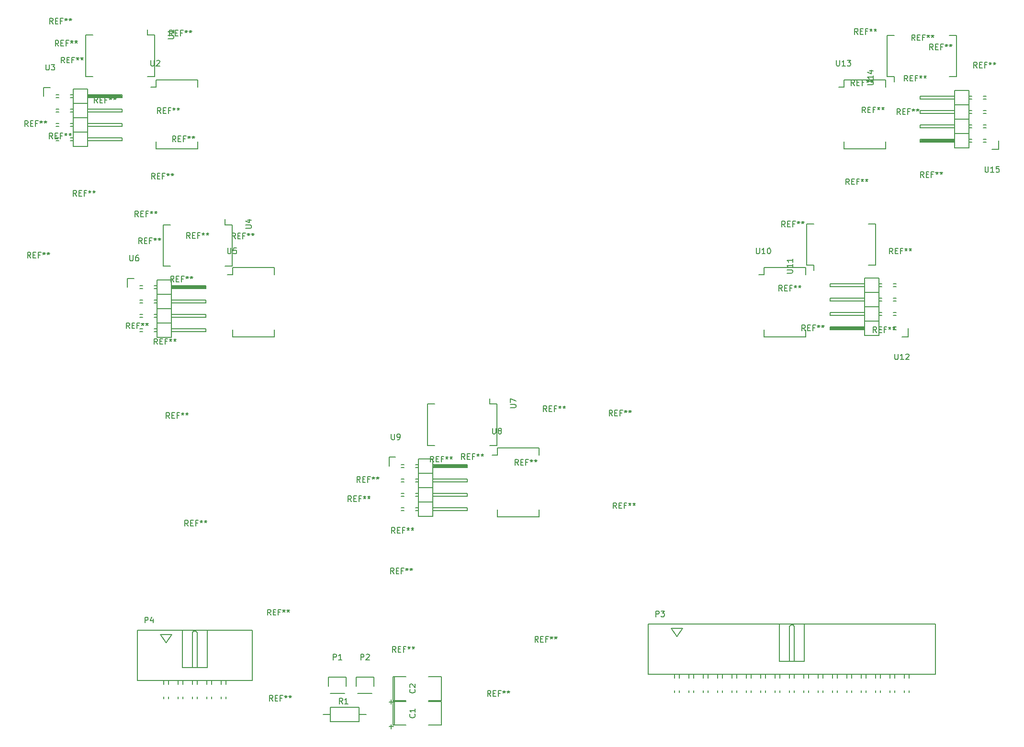
<source format=gto>
G04 #@! TF.FileFunction,Legend,Top*
%FSLAX46Y46*%
G04 Gerber Fmt 4.6, Leading zero omitted, Abs format (unit mm)*
G04 Created by KiCad (PCBNEW 4.0.5) date 2017 January 03, Tuesday 16:58:24*
%MOMM*%
%LPD*%
G01*
G04 APERTURE LIST*
%ADD10C,0.150000*%
G04 APERTURE END LIST*
D10*
X232950000Y-200330000D02*
X232950000Y-191430000D01*
X232950000Y-191430000D02*
X283730000Y-191430000D01*
X283730000Y-191430000D02*
X283730000Y-200330000D01*
X283730000Y-200330000D02*
X232950000Y-200330000D01*
X256115000Y-191430000D02*
X256115000Y-198030000D01*
X256115000Y-198030000D02*
X260565000Y-198030000D01*
X260565000Y-198030000D02*
X260565000Y-191430000D01*
X257940000Y-198030000D02*
X257940000Y-191830000D01*
X257940000Y-191830000D02*
X258140000Y-191630000D01*
X258140000Y-191630000D02*
X258540000Y-191630000D01*
X258540000Y-191630000D02*
X258740000Y-191830000D01*
X258740000Y-191830000D02*
X258740000Y-198030000D01*
X237020000Y-192170000D02*
X239020000Y-192170000D01*
X239020000Y-192170000D02*
X238020000Y-193670000D01*
X238020000Y-193670000D02*
X237020000Y-192170000D01*
X237620000Y-203570000D02*
X237620000Y-203230000D01*
X238420000Y-203570000D02*
X238420000Y-203230000D01*
X237620000Y-201030000D02*
X237620000Y-200330000D01*
X238420000Y-201030000D02*
X238420000Y-200330000D01*
X240160000Y-203570000D02*
X240160000Y-203230000D01*
X240960000Y-203570000D02*
X240960000Y-203230000D01*
X240160000Y-201030000D02*
X240160000Y-200330000D01*
X240960000Y-201030000D02*
X240960000Y-200330000D01*
X242700000Y-203570000D02*
X242700000Y-203230000D01*
X243500000Y-203570000D02*
X243500000Y-203230000D01*
X242700000Y-201030000D02*
X242700000Y-200330000D01*
X243500000Y-201030000D02*
X243500000Y-200330000D01*
X245240000Y-203570000D02*
X245240000Y-203230000D01*
X246040000Y-203570000D02*
X246040000Y-203230000D01*
X245240000Y-201030000D02*
X245240000Y-200330000D01*
X246040000Y-201030000D02*
X246040000Y-200330000D01*
X247780000Y-203570000D02*
X247780000Y-203230000D01*
X248580000Y-203570000D02*
X248580000Y-203230000D01*
X247780000Y-201030000D02*
X247780000Y-200330000D01*
X248580000Y-201030000D02*
X248580000Y-200330000D01*
X250320000Y-203570000D02*
X250320000Y-203230000D01*
X251120000Y-203570000D02*
X251120000Y-203230000D01*
X250320000Y-201030000D02*
X250320000Y-200330000D01*
X251120000Y-201030000D02*
X251120000Y-200330000D01*
X252860000Y-203570000D02*
X252860000Y-203230000D01*
X253660000Y-203570000D02*
X253660000Y-203230000D01*
X252860000Y-201030000D02*
X252860000Y-200330000D01*
X253660000Y-201030000D02*
X253660000Y-200330000D01*
X255400000Y-203570000D02*
X255400000Y-203230000D01*
X256200000Y-203570000D02*
X256200000Y-203230000D01*
X255400000Y-201030000D02*
X255400000Y-200330000D01*
X256200000Y-201030000D02*
X256200000Y-200330000D01*
X257940000Y-203570000D02*
X257940000Y-203230000D01*
X258740000Y-203570000D02*
X258740000Y-203230000D01*
X257940000Y-201030000D02*
X257940000Y-200330000D01*
X258740000Y-201030000D02*
X258740000Y-200330000D01*
X260480000Y-203570000D02*
X260480000Y-203230000D01*
X261280000Y-203570000D02*
X261280000Y-203230000D01*
X260480000Y-201030000D02*
X260480000Y-200330000D01*
X261280000Y-201030000D02*
X261280000Y-200330000D01*
X263020000Y-203570000D02*
X263020000Y-203230000D01*
X263820000Y-203570000D02*
X263820000Y-203230000D01*
X263020000Y-201030000D02*
X263020000Y-200330000D01*
X263820000Y-201030000D02*
X263820000Y-200330000D01*
X265560000Y-203570000D02*
X265560000Y-203230000D01*
X266360000Y-203570000D02*
X266360000Y-203230000D01*
X265560000Y-201030000D02*
X265560000Y-200330000D01*
X266360000Y-201030000D02*
X266360000Y-200330000D01*
X268100000Y-203570000D02*
X268100000Y-203230000D01*
X268900000Y-203570000D02*
X268900000Y-203230000D01*
X268100000Y-201030000D02*
X268100000Y-200330000D01*
X268900000Y-201030000D02*
X268900000Y-200330000D01*
X270640000Y-203570000D02*
X270640000Y-203230000D01*
X271440000Y-203570000D02*
X271440000Y-203230000D01*
X270640000Y-201030000D02*
X270640000Y-200330000D01*
X271440000Y-201030000D02*
X271440000Y-200330000D01*
X273180000Y-203570000D02*
X273180000Y-203230000D01*
X273980000Y-203570000D02*
X273980000Y-203230000D01*
X273180000Y-201030000D02*
X273180000Y-200330000D01*
X273980000Y-201030000D02*
X273980000Y-200330000D01*
X275720000Y-203570000D02*
X275720000Y-203230000D01*
X276520000Y-203570000D02*
X276520000Y-203230000D01*
X275720000Y-201030000D02*
X275720000Y-200330000D01*
X276520000Y-201030000D02*
X276520000Y-200330000D01*
X278260000Y-203570000D02*
X278260000Y-203230000D01*
X279060000Y-203570000D02*
X279060000Y-203230000D01*
X278260000Y-201030000D02*
X278260000Y-200330000D01*
X279060000Y-201030000D02*
X279060000Y-200330000D01*
X145625000Y-87235000D02*
X144355000Y-87235000D01*
X145625000Y-94585000D02*
X144355000Y-94585000D01*
X133415000Y-94585000D02*
X134685000Y-94585000D01*
X133415000Y-87235000D02*
X134685000Y-87235000D01*
X145625000Y-87235000D02*
X145625000Y-94585000D01*
X133415000Y-87235000D02*
X133415000Y-94585000D01*
X144355000Y-87235000D02*
X144355000Y-86300000D01*
X293740000Y-107470000D02*
X294890000Y-107470000D01*
X294890000Y-107470000D02*
X294890000Y-105920000D01*
X292216000Y-98046000D02*
X292724000Y-98046000D01*
X292216000Y-98554000D02*
X292724000Y-98554000D01*
X292216000Y-100586000D02*
X292724000Y-100586000D01*
X292216000Y-101094000D02*
X292724000Y-101094000D01*
X292216000Y-103126000D02*
X292724000Y-103126000D01*
X292216000Y-103634000D02*
X292724000Y-103634000D01*
X292216000Y-105666000D02*
X292724000Y-105666000D01*
X292216000Y-106174000D02*
X292724000Y-106174000D01*
X289676000Y-106174000D02*
X290184000Y-106174000D01*
X289676000Y-105666000D02*
X290184000Y-105666000D01*
X289676000Y-103634000D02*
X290184000Y-103634000D01*
X289676000Y-103126000D02*
X290184000Y-103126000D01*
X289676000Y-98046000D02*
X290184000Y-98046000D01*
X289676000Y-98554000D02*
X290184000Y-98554000D01*
X289676000Y-100586000D02*
X290184000Y-100586000D01*
X289676000Y-101094000D02*
X290184000Y-101094000D01*
X287136000Y-106047000D02*
X281167000Y-106047000D01*
X281167000Y-106047000D02*
X281167000Y-105793000D01*
X281167000Y-105793000D02*
X287009000Y-105793000D01*
X287009000Y-105793000D02*
X287009000Y-105920000D01*
X287009000Y-105920000D02*
X281167000Y-105920000D01*
X289676000Y-97030000D02*
X287136000Y-97030000D01*
X289676000Y-102110000D02*
X287136000Y-102110000D01*
X289676000Y-102110000D02*
X289676000Y-99570000D01*
X289676000Y-99570000D02*
X287136000Y-99570000D01*
X287136000Y-101094000D02*
X281040000Y-101094000D01*
X281040000Y-101094000D02*
X281040000Y-100586000D01*
X281040000Y-100586000D02*
X287136000Y-100586000D01*
X287136000Y-99570000D02*
X287136000Y-102110000D01*
X287136000Y-97030000D02*
X287136000Y-99570000D01*
X281040000Y-98046000D02*
X287136000Y-98046000D01*
X281040000Y-98554000D02*
X281040000Y-98046000D01*
X287136000Y-98554000D02*
X281040000Y-98554000D01*
X289676000Y-97030000D02*
X287136000Y-97030000D01*
X289676000Y-99570000D02*
X289676000Y-97030000D01*
X289676000Y-99570000D02*
X287136000Y-99570000D01*
X289676000Y-104650000D02*
X287136000Y-104650000D01*
X289676000Y-104650000D02*
X289676000Y-102110000D01*
X289676000Y-102110000D02*
X287136000Y-102110000D01*
X287136000Y-103634000D02*
X281040000Y-103634000D01*
X281040000Y-103634000D02*
X281040000Y-103126000D01*
X281040000Y-103126000D02*
X287136000Y-103126000D01*
X287136000Y-102110000D02*
X287136000Y-104650000D01*
X287136000Y-104650000D02*
X287136000Y-107190000D01*
X281040000Y-105666000D02*
X287136000Y-105666000D01*
X281040000Y-106174000D02*
X281040000Y-105666000D01*
X287136000Y-106174000D02*
X281040000Y-106174000D01*
X289676000Y-104650000D02*
X287136000Y-104650000D01*
X289676000Y-107190000D02*
X289676000Y-104650000D01*
X289676000Y-107190000D02*
X287136000Y-107190000D01*
X277770000Y-140630000D02*
X278920000Y-140630000D01*
X278920000Y-140630000D02*
X278920000Y-139080000D01*
X276246000Y-131206000D02*
X276754000Y-131206000D01*
X276246000Y-131714000D02*
X276754000Y-131714000D01*
X276246000Y-133746000D02*
X276754000Y-133746000D01*
X276246000Y-134254000D02*
X276754000Y-134254000D01*
X276246000Y-136286000D02*
X276754000Y-136286000D01*
X276246000Y-136794000D02*
X276754000Y-136794000D01*
X276246000Y-138826000D02*
X276754000Y-138826000D01*
X276246000Y-139334000D02*
X276754000Y-139334000D01*
X273706000Y-139334000D02*
X274214000Y-139334000D01*
X273706000Y-138826000D02*
X274214000Y-138826000D01*
X273706000Y-136794000D02*
X274214000Y-136794000D01*
X273706000Y-136286000D02*
X274214000Y-136286000D01*
X273706000Y-131206000D02*
X274214000Y-131206000D01*
X273706000Y-131714000D02*
X274214000Y-131714000D01*
X273706000Y-133746000D02*
X274214000Y-133746000D01*
X273706000Y-134254000D02*
X274214000Y-134254000D01*
X271166000Y-139207000D02*
X265197000Y-139207000D01*
X265197000Y-139207000D02*
X265197000Y-138953000D01*
X265197000Y-138953000D02*
X271039000Y-138953000D01*
X271039000Y-138953000D02*
X271039000Y-139080000D01*
X271039000Y-139080000D02*
X265197000Y-139080000D01*
X273706000Y-130190000D02*
X271166000Y-130190000D01*
X273706000Y-135270000D02*
X271166000Y-135270000D01*
X273706000Y-135270000D02*
X273706000Y-132730000D01*
X273706000Y-132730000D02*
X271166000Y-132730000D01*
X271166000Y-134254000D02*
X265070000Y-134254000D01*
X265070000Y-134254000D02*
X265070000Y-133746000D01*
X265070000Y-133746000D02*
X271166000Y-133746000D01*
X271166000Y-132730000D02*
X271166000Y-135270000D01*
X271166000Y-130190000D02*
X271166000Y-132730000D01*
X265070000Y-131206000D02*
X271166000Y-131206000D01*
X265070000Y-131714000D02*
X265070000Y-131206000D01*
X271166000Y-131714000D02*
X265070000Y-131714000D01*
X273706000Y-130190000D02*
X271166000Y-130190000D01*
X273706000Y-132730000D02*
X273706000Y-130190000D01*
X273706000Y-132730000D02*
X271166000Y-132730000D01*
X273706000Y-137810000D02*
X271166000Y-137810000D01*
X273706000Y-137810000D02*
X273706000Y-135270000D01*
X273706000Y-135270000D02*
X271166000Y-135270000D01*
X271166000Y-136794000D02*
X265070000Y-136794000D01*
X265070000Y-136794000D02*
X265070000Y-136286000D01*
X265070000Y-136286000D02*
X271166000Y-136286000D01*
X271166000Y-135270000D02*
X271166000Y-137810000D01*
X271166000Y-137810000D02*
X271166000Y-140350000D01*
X265070000Y-138826000D02*
X271166000Y-138826000D01*
X265070000Y-139334000D02*
X265070000Y-138826000D01*
X271166000Y-139334000D02*
X265070000Y-139334000D01*
X273706000Y-137810000D02*
X271166000Y-137810000D01*
X273706000Y-140350000D02*
X273706000Y-137810000D01*
X273706000Y-140350000D02*
X271166000Y-140350000D01*
X188260000Y-161900000D02*
X187110000Y-161900000D01*
X187110000Y-161900000D02*
X187110000Y-163450000D01*
X189784000Y-171324000D02*
X189276000Y-171324000D01*
X189784000Y-170816000D02*
X189276000Y-170816000D01*
X189784000Y-168784000D02*
X189276000Y-168784000D01*
X189784000Y-168276000D02*
X189276000Y-168276000D01*
X189784000Y-166244000D02*
X189276000Y-166244000D01*
X189784000Y-165736000D02*
X189276000Y-165736000D01*
X189784000Y-163704000D02*
X189276000Y-163704000D01*
X189784000Y-163196000D02*
X189276000Y-163196000D01*
X192324000Y-163196000D02*
X191816000Y-163196000D01*
X192324000Y-163704000D02*
X191816000Y-163704000D01*
X192324000Y-165736000D02*
X191816000Y-165736000D01*
X192324000Y-166244000D02*
X191816000Y-166244000D01*
X192324000Y-171324000D02*
X191816000Y-171324000D01*
X192324000Y-170816000D02*
X191816000Y-170816000D01*
X192324000Y-168784000D02*
X191816000Y-168784000D01*
X192324000Y-168276000D02*
X191816000Y-168276000D01*
X194864000Y-163323000D02*
X200833000Y-163323000D01*
X200833000Y-163323000D02*
X200833000Y-163577000D01*
X200833000Y-163577000D02*
X194991000Y-163577000D01*
X194991000Y-163577000D02*
X194991000Y-163450000D01*
X194991000Y-163450000D02*
X200833000Y-163450000D01*
X192324000Y-172340000D02*
X194864000Y-172340000D01*
X192324000Y-167260000D02*
X194864000Y-167260000D01*
X192324000Y-167260000D02*
X192324000Y-169800000D01*
X192324000Y-169800000D02*
X194864000Y-169800000D01*
X194864000Y-168276000D02*
X200960000Y-168276000D01*
X200960000Y-168276000D02*
X200960000Y-168784000D01*
X200960000Y-168784000D02*
X194864000Y-168784000D01*
X194864000Y-169800000D02*
X194864000Y-167260000D01*
X194864000Y-172340000D02*
X194864000Y-169800000D01*
X200960000Y-171324000D02*
X194864000Y-171324000D01*
X200960000Y-170816000D02*
X200960000Y-171324000D01*
X194864000Y-170816000D02*
X200960000Y-170816000D01*
X192324000Y-172340000D02*
X194864000Y-172340000D01*
X192324000Y-169800000D02*
X192324000Y-172340000D01*
X192324000Y-169800000D02*
X194864000Y-169800000D01*
X192324000Y-164720000D02*
X194864000Y-164720000D01*
X192324000Y-164720000D02*
X192324000Y-167260000D01*
X192324000Y-167260000D02*
X194864000Y-167260000D01*
X194864000Y-165736000D02*
X200960000Y-165736000D01*
X200960000Y-165736000D02*
X200960000Y-166244000D01*
X200960000Y-166244000D02*
X194864000Y-166244000D01*
X194864000Y-167260000D02*
X194864000Y-164720000D01*
X194864000Y-164720000D02*
X194864000Y-162180000D01*
X200960000Y-163704000D02*
X194864000Y-163704000D01*
X200960000Y-163196000D02*
X200960000Y-163704000D01*
X194864000Y-163196000D02*
X200960000Y-163196000D01*
X192324000Y-164720000D02*
X194864000Y-164720000D01*
X192324000Y-162180000D02*
X192324000Y-164720000D01*
X192324000Y-162180000D02*
X194864000Y-162180000D01*
X142000000Y-130280000D02*
X140850000Y-130280000D01*
X140850000Y-130280000D02*
X140850000Y-131830000D01*
X143524000Y-139704000D02*
X143016000Y-139704000D01*
X143524000Y-139196000D02*
X143016000Y-139196000D01*
X143524000Y-137164000D02*
X143016000Y-137164000D01*
X143524000Y-136656000D02*
X143016000Y-136656000D01*
X143524000Y-134624000D02*
X143016000Y-134624000D01*
X143524000Y-134116000D02*
X143016000Y-134116000D01*
X143524000Y-132084000D02*
X143016000Y-132084000D01*
X143524000Y-131576000D02*
X143016000Y-131576000D01*
X146064000Y-131576000D02*
X145556000Y-131576000D01*
X146064000Y-132084000D02*
X145556000Y-132084000D01*
X146064000Y-134116000D02*
X145556000Y-134116000D01*
X146064000Y-134624000D02*
X145556000Y-134624000D01*
X146064000Y-139704000D02*
X145556000Y-139704000D01*
X146064000Y-139196000D02*
X145556000Y-139196000D01*
X146064000Y-137164000D02*
X145556000Y-137164000D01*
X146064000Y-136656000D02*
X145556000Y-136656000D01*
X148604000Y-131703000D02*
X154573000Y-131703000D01*
X154573000Y-131703000D02*
X154573000Y-131957000D01*
X154573000Y-131957000D02*
X148731000Y-131957000D01*
X148731000Y-131957000D02*
X148731000Y-131830000D01*
X148731000Y-131830000D02*
X154573000Y-131830000D01*
X146064000Y-140720000D02*
X148604000Y-140720000D01*
X146064000Y-135640000D02*
X148604000Y-135640000D01*
X146064000Y-135640000D02*
X146064000Y-138180000D01*
X146064000Y-138180000D02*
X148604000Y-138180000D01*
X148604000Y-136656000D02*
X154700000Y-136656000D01*
X154700000Y-136656000D02*
X154700000Y-137164000D01*
X154700000Y-137164000D02*
X148604000Y-137164000D01*
X148604000Y-138180000D02*
X148604000Y-135640000D01*
X148604000Y-140720000D02*
X148604000Y-138180000D01*
X154700000Y-139704000D02*
X148604000Y-139704000D01*
X154700000Y-139196000D02*
X154700000Y-139704000D01*
X148604000Y-139196000D02*
X154700000Y-139196000D01*
X146064000Y-140720000D02*
X148604000Y-140720000D01*
X146064000Y-138180000D02*
X146064000Y-140720000D01*
X146064000Y-138180000D02*
X148604000Y-138180000D01*
X146064000Y-133100000D02*
X148604000Y-133100000D01*
X146064000Y-133100000D02*
X146064000Y-135640000D01*
X146064000Y-135640000D02*
X148604000Y-135640000D01*
X148604000Y-134116000D02*
X154700000Y-134116000D01*
X154700000Y-134116000D02*
X154700000Y-134624000D01*
X154700000Y-134624000D02*
X148604000Y-134624000D01*
X148604000Y-135640000D02*
X148604000Y-133100000D01*
X148604000Y-133100000D02*
X148604000Y-130560000D01*
X154700000Y-132084000D02*
X148604000Y-132084000D01*
X154700000Y-131576000D02*
X154700000Y-132084000D01*
X148604000Y-131576000D02*
X154700000Y-131576000D01*
X146064000Y-133100000D02*
X148604000Y-133100000D01*
X146064000Y-130560000D02*
X146064000Y-133100000D01*
X146064000Y-130560000D02*
X148604000Y-130560000D01*
X127170000Y-96510000D02*
X126020000Y-96510000D01*
X126020000Y-96510000D02*
X126020000Y-98060000D01*
X128694000Y-105934000D02*
X128186000Y-105934000D01*
X128694000Y-105426000D02*
X128186000Y-105426000D01*
X128694000Y-103394000D02*
X128186000Y-103394000D01*
X128694000Y-102886000D02*
X128186000Y-102886000D01*
X128694000Y-100854000D02*
X128186000Y-100854000D01*
X128694000Y-100346000D02*
X128186000Y-100346000D01*
X128694000Y-98314000D02*
X128186000Y-98314000D01*
X128694000Y-97806000D02*
X128186000Y-97806000D01*
X131234000Y-97806000D02*
X130726000Y-97806000D01*
X131234000Y-98314000D02*
X130726000Y-98314000D01*
X131234000Y-100346000D02*
X130726000Y-100346000D01*
X131234000Y-100854000D02*
X130726000Y-100854000D01*
X131234000Y-105934000D02*
X130726000Y-105934000D01*
X131234000Y-105426000D02*
X130726000Y-105426000D01*
X131234000Y-103394000D02*
X130726000Y-103394000D01*
X131234000Y-102886000D02*
X130726000Y-102886000D01*
X133774000Y-97933000D02*
X139743000Y-97933000D01*
X139743000Y-97933000D02*
X139743000Y-98187000D01*
X139743000Y-98187000D02*
X133901000Y-98187000D01*
X133901000Y-98187000D02*
X133901000Y-98060000D01*
X133901000Y-98060000D02*
X139743000Y-98060000D01*
X131234000Y-106950000D02*
X133774000Y-106950000D01*
X131234000Y-101870000D02*
X133774000Y-101870000D01*
X131234000Y-101870000D02*
X131234000Y-104410000D01*
X131234000Y-104410000D02*
X133774000Y-104410000D01*
X133774000Y-102886000D02*
X139870000Y-102886000D01*
X139870000Y-102886000D02*
X139870000Y-103394000D01*
X139870000Y-103394000D02*
X133774000Y-103394000D01*
X133774000Y-104410000D02*
X133774000Y-101870000D01*
X133774000Y-106950000D02*
X133774000Y-104410000D01*
X139870000Y-105934000D02*
X133774000Y-105934000D01*
X139870000Y-105426000D02*
X139870000Y-105934000D01*
X133774000Y-105426000D02*
X139870000Y-105426000D01*
X131234000Y-106950000D02*
X133774000Y-106950000D01*
X131234000Y-104410000D02*
X131234000Y-106950000D01*
X131234000Y-104410000D02*
X133774000Y-104410000D01*
X131234000Y-99330000D02*
X133774000Y-99330000D01*
X131234000Y-99330000D02*
X131234000Y-101870000D01*
X131234000Y-101870000D02*
X133774000Y-101870000D01*
X133774000Y-100346000D02*
X139870000Y-100346000D01*
X139870000Y-100346000D02*
X139870000Y-100854000D01*
X139870000Y-100854000D02*
X133774000Y-100854000D01*
X133774000Y-101870000D02*
X133774000Y-99330000D01*
X133774000Y-99330000D02*
X133774000Y-96790000D01*
X139870000Y-98314000D02*
X133774000Y-98314000D01*
X139870000Y-97806000D02*
X139870000Y-98314000D01*
X133774000Y-97806000D02*
X139870000Y-97806000D01*
X131234000Y-99330000D02*
X133774000Y-99330000D01*
X131234000Y-96790000D02*
X131234000Y-99330000D01*
X131234000Y-96790000D02*
X133774000Y-96790000D01*
X179500000Y-200860000D02*
X179500000Y-202410000D01*
X176400000Y-202410000D02*
X176400000Y-200860000D01*
X176400000Y-200860000D02*
X179500000Y-200860000D01*
X176680000Y-203680000D02*
X179220000Y-203680000D01*
X184380000Y-200860000D02*
X184380000Y-202410000D01*
X181280000Y-202410000D02*
X181280000Y-200860000D01*
X181280000Y-200860000D02*
X184380000Y-200860000D01*
X181560000Y-203680000D02*
X184100000Y-203680000D01*
X142580000Y-201410000D02*
X142580000Y-192510000D01*
X142580000Y-192510000D02*
X162880000Y-192510000D01*
X162880000Y-192510000D02*
X162880000Y-201410000D01*
X162880000Y-201410000D02*
X142580000Y-201410000D01*
X150505000Y-192510000D02*
X150505000Y-199110000D01*
X150505000Y-199110000D02*
X154955000Y-199110000D01*
X154955000Y-199110000D02*
X154955000Y-192510000D01*
X152330000Y-199110000D02*
X152330000Y-192910000D01*
X152330000Y-192910000D02*
X152530000Y-192710000D01*
X152530000Y-192710000D02*
X152930000Y-192710000D01*
X152930000Y-192710000D02*
X153130000Y-192910000D01*
X153130000Y-192910000D02*
X153130000Y-199110000D01*
X146650000Y-193250000D02*
X148650000Y-193250000D01*
X148650000Y-193250000D02*
X147650000Y-194750000D01*
X147650000Y-194750000D02*
X146650000Y-193250000D01*
X147250000Y-204650000D02*
X147250000Y-204310000D01*
X148050000Y-204650000D02*
X148050000Y-204310000D01*
X147250000Y-202110000D02*
X147250000Y-201410000D01*
X148050000Y-202110000D02*
X148050000Y-201410000D01*
X149790000Y-204650000D02*
X149790000Y-204310000D01*
X150590000Y-204650000D02*
X150590000Y-204310000D01*
X149790000Y-202110000D02*
X149790000Y-201410000D01*
X150590000Y-202110000D02*
X150590000Y-201410000D01*
X152330000Y-204650000D02*
X152330000Y-204310000D01*
X153130000Y-204650000D02*
X153130000Y-204310000D01*
X152330000Y-202110000D02*
X152330000Y-201410000D01*
X153130000Y-202110000D02*
X153130000Y-201410000D01*
X154870000Y-204650000D02*
X154870000Y-204310000D01*
X155670000Y-204650000D02*
X155670000Y-204310000D01*
X154870000Y-202110000D02*
X154870000Y-201410000D01*
X155670000Y-202110000D02*
X155670000Y-201410000D01*
X157410000Y-204650000D02*
X157410000Y-204310000D01*
X158210000Y-204650000D02*
X158210000Y-204310000D01*
X157410000Y-202110000D02*
X157410000Y-201410000D01*
X158210000Y-202110000D02*
X158210000Y-201410000D01*
X181790000Y-208690000D02*
X176710000Y-208690000D01*
X176710000Y-208690000D02*
X176710000Y-206150000D01*
X176710000Y-206150000D02*
X181790000Y-206150000D01*
X181790000Y-206150000D02*
X181790000Y-208690000D01*
X181790000Y-207420000D02*
X183060000Y-207420000D01*
X176710000Y-207420000D02*
X175440000Y-207420000D01*
X145865000Y-95165000D02*
X145865000Y-96435000D01*
X153215000Y-95165000D02*
X153215000Y-96435000D01*
X153215000Y-107375000D02*
X153215000Y-106105000D01*
X145865000Y-107375000D02*
X145865000Y-106105000D01*
X145865000Y-95165000D02*
X153215000Y-95165000D01*
X145865000Y-107375000D02*
X153215000Y-107375000D01*
X145865000Y-96435000D02*
X144930000Y-96435000D01*
X159385000Y-120775000D02*
X158115000Y-120775000D01*
X159385000Y-128125000D02*
X158115000Y-128125000D01*
X147175000Y-128125000D02*
X148445000Y-128125000D01*
X147175000Y-120775000D02*
X148445000Y-120775000D01*
X159385000Y-120775000D02*
X159385000Y-128125000D01*
X147175000Y-120775000D02*
X147175000Y-128125000D01*
X158115000Y-120775000D02*
X158115000Y-119840000D01*
X159445000Y-128385000D02*
X159445000Y-129655000D01*
X166795000Y-128385000D02*
X166795000Y-129655000D01*
X166795000Y-140595000D02*
X166795000Y-139325000D01*
X159445000Y-140595000D02*
X159445000Y-139325000D01*
X159445000Y-128385000D02*
X166795000Y-128385000D01*
X159445000Y-140595000D02*
X166795000Y-140595000D01*
X159445000Y-129655000D02*
X158510000Y-129655000D01*
X206145000Y-152515000D02*
X204875000Y-152515000D01*
X206145000Y-159865000D02*
X204875000Y-159865000D01*
X193935000Y-159865000D02*
X195205000Y-159865000D01*
X193935000Y-152515000D02*
X195205000Y-152515000D01*
X206145000Y-152515000D02*
X206145000Y-159865000D01*
X193935000Y-152515000D02*
X193935000Y-159865000D01*
X204875000Y-152515000D02*
X204875000Y-151580000D01*
X206285000Y-160245000D02*
X206285000Y-161515000D01*
X213635000Y-160245000D02*
X213635000Y-161515000D01*
X213635000Y-172455000D02*
X213635000Y-171185000D01*
X206285000Y-172455000D02*
X206285000Y-171185000D01*
X206285000Y-160245000D02*
X213635000Y-160245000D01*
X206285000Y-172455000D02*
X213635000Y-172455000D01*
X206285000Y-161515000D02*
X205350000Y-161515000D01*
X253415000Y-128385000D02*
X253415000Y-129655000D01*
X260765000Y-128385000D02*
X260765000Y-129655000D01*
X260765000Y-140595000D02*
X260765000Y-139325000D01*
X253415000Y-140595000D02*
X253415000Y-139325000D01*
X253415000Y-128385000D02*
X260765000Y-128385000D01*
X253415000Y-140595000D02*
X260765000Y-140595000D01*
X253415000Y-129655000D02*
X252480000Y-129655000D01*
X260935000Y-127965000D02*
X262205000Y-127965000D01*
X260935000Y-120615000D02*
X262205000Y-120615000D01*
X273145000Y-120615000D02*
X271875000Y-120615000D01*
X273145000Y-127965000D02*
X271875000Y-127965000D01*
X260935000Y-127965000D02*
X260935000Y-120615000D01*
X273145000Y-127965000D02*
X273145000Y-120615000D01*
X262205000Y-127965000D02*
X262205000Y-128900000D01*
X267575000Y-95155000D02*
X267575000Y-96425000D01*
X274925000Y-95155000D02*
X274925000Y-96425000D01*
X274925000Y-107365000D02*
X274925000Y-106095000D01*
X267575000Y-107365000D02*
X267575000Y-106095000D01*
X267575000Y-95155000D02*
X274925000Y-95155000D01*
X267575000Y-107365000D02*
X274925000Y-107365000D01*
X267575000Y-96425000D02*
X266640000Y-96425000D01*
X275205000Y-94605000D02*
X276475000Y-94605000D01*
X275205000Y-87255000D02*
X276475000Y-87255000D01*
X287415000Y-87255000D02*
X286145000Y-87255000D01*
X287415000Y-94605000D02*
X286145000Y-94605000D01*
X275205000Y-94605000D02*
X275205000Y-87255000D01*
X287415000Y-94605000D02*
X287415000Y-87255000D01*
X276475000Y-94605000D02*
X276475000Y-95540000D01*
X188080740Y-200729420D02*
X188080740Y-204930580D01*
X187780080Y-200729420D02*
X187780080Y-204930580D01*
X196380520Y-200729420D02*
X196380520Y-204930580D01*
X194076740Y-204935660D02*
X196362740Y-204935660D01*
X196362740Y-200724340D02*
X194076740Y-200724340D01*
X190081320Y-200724340D02*
X187795320Y-200724340D01*
X187797860Y-204935660D02*
X190083860Y-204935660D01*
X188080440Y-205109420D02*
X188080440Y-209310580D01*
X187779780Y-205109420D02*
X187779780Y-209310580D01*
X196380220Y-205109420D02*
X196380220Y-209310580D01*
X194076440Y-209315660D02*
X196362440Y-209315660D01*
X196362440Y-205104340D02*
X194076440Y-205104340D01*
X190081020Y-205104340D02*
X187795020Y-205104340D01*
X187797560Y-209315660D02*
X190083560Y-209315660D01*
X159916667Y-123264381D02*
X159583333Y-122788190D01*
X159345238Y-123264381D02*
X159345238Y-122264381D01*
X159726191Y-122264381D01*
X159821429Y-122312000D01*
X159869048Y-122359619D01*
X159916667Y-122454857D01*
X159916667Y-122597714D01*
X159869048Y-122692952D01*
X159821429Y-122740571D01*
X159726191Y-122788190D01*
X159345238Y-122788190D01*
X160345238Y-122740571D02*
X160678572Y-122740571D01*
X160821429Y-123264381D02*
X160345238Y-123264381D01*
X160345238Y-122264381D01*
X160821429Y-122264381D01*
X161583334Y-122740571D02*
X161250000Y-122740571D01*
X161250000Y-123264381D02*
X161250000Y-122264381D01*
X161726191Y-122264381D01*
X162250000Y-122264381D02*
X162250000Y-122502476D01*
X162011905Y-122407238D02*
X162250000Y-122502476D01*
X162488096Y-122407238D01*
X162107143Y-122692952D02*
X162250000Y-122502476D01*
X162392858Y-122692952D01*
X163011905Y-122264381D02*
X163011905Y-122502476D01*
X162773810Y-122407238D02*
X163011905Y-122502476D01*
X163250001Y-122407238D01*
X162869048Y-122692952D02*
X163011905Y-122502476D01*
X163154763Y-122692952D01*
X200496667Y-162294381D02*
X200163333Y-161818190D01*
X199925238Y-162294381D02*
X199925238Y-161294381D01*
X200306191Y-161294381D01*
X200401429Y-161342000D01*
X200449048Y-161389619D01*
X200496667Y-161484857D01*
X200496667Y-161627714D01*
X200449048Y-161722952D01*
X200401429Y-161770571D01*
X200306191Y-161818190D01*
X199925238Y-161818190D01*
X200925238Y-161770571D02*
X201258572Y-161770571D01*
X201401429Y-162294381D02*
X200925238Y-162294381D01*
X200925238Y-161294381D01*
X201401429Y-161294381D01*
X202163334Y-161770571D02*
X201830000Y-161770571D01*
X201830000Y-162294381D02*
X201830000Y-161294381D01*
X202306191Y-161294381D01*
X202830000Y-161294381D02*
X202830000Y-161532476D01*
X202591905Y-161437238D02*
X202830000Y-161532476D01*
X203068096Y-161437238D01*
X202687143Y-161722952D02*
X202830000Y-161532476D01*
X202972858Y-161722952D01*
X203591905Y-161294381D02*
X203591905Y-161532476D01*
X203353810Y-161437238D02*
X203591905Y-161532476D01*
X203830001Y-161437238D01*
X203449048Y-161722952D02*
X203591905Y-161532476D01*
X203734763Y-161722952D01*
X277506667Y-101274381D02*
X277173333Y-100798190D01*
X276935238Y-101274381D02*
X276935238Y-100274381D01*
X277316191Y-100274381D01*
X277411429Y-100322000D01*
X277459048Y-100369619D01*
X277506667Y-100464857D01*
X277506667Y-100607714D01*
X277459048Y-100702952D01*
X277411429Y-100750571D01*
X277316191Y-100798190D01*
X276935238Y-100798190D01*
X277935238Y-100750571D02*
X278268572Y-100750571D01*
X278411429Y-101274381D02*
X277935238Y-101274381D01*
X277935238Y-100274381D01*
X278411429Y-100274381D01*
X279173334Y-100750571D02*
X278840000Y-100750571D01*
X278840000Y-101274381D02*
X278840000Y-100274381D01*
X279316191Y-100274381D01*
X279840000Y-100274381D02*
X279840000Y-100512476D01*
X279601905Y-100417238D02*
X279840000Y-100512476D01*
X280078096Y-100417238D01*
X279697143Y-100702952D02*
X279840000Y-100512476D01*
X279982858Y-100702952D01*
X280601905Y-100274381D02*
X280601905Y-100512476D01*
X280363810Y-100417238D02*
X280601905Y-100512476D01*
X280840001Y-100417238D01*
X280459048Y-100702952D02*
X280601905Y-100512476D01*
X280744763Y-100702952D01*
X278806667Y-95364381D02*
X278473333Y-94888190D01*
X278235238Y-95364381D02*
X278235238Y-94364381D01*
X278616191Y-94364381D01*
X278711429Y-94412000D01*
X278759048Y-94459619D01*
X278806667Y-94554857D01*
X278806667Y-94697714D01*
X278759048Y-94792952D01*
X278711429Y-94840571D01*
X278616191Y-94888190D01*
X278235238Y-94888190D01*
X279235238Y-94840571D02*
X279568572Y-94840571D01*
X279711429Y-95364381D02*
X279235238Y-95364381D01*
X279235238Y-94364381D01*
X279711429Y-94364381D01*
X280473334Y-94840571D02*
X280140000Y-94840571D01*
X280140000Y-95364381D02*
X280140000Y-94364381D01*
X280616191Y-94364381D01*
X281140000Y-94364381D02*
X281140000Y-94602476D01*
X280901905Y-94507238D02*
X281140000Y-94602476D01*
X281378096Y-94507238D01*
X280997143Y-94792952D02*
X281140000Y-94602476D01*
X281282858Y-94792952D01*
X281901905Y-94364381D02*
X281901905Y-94602476D01*
X281663810Y-94507238D02*
X281901905Y-94602476D01*
X282140001Y-94507238D01*
X281759048Y-94792952D02*
X281901905Y-94602476D01*
X282044763Y-94792952D01*
X129686667Y-92154381D02*
X129353333Y-91678190D01*
X129115238Y-92154381D02*
X129115238Y-91154381D01*
X129496191Y-91154381D01*
X129591429Y-91202000D01*
X129639048Y-91249619D01*
X129686667Y-91344857D01*
X129686667Y-91487714D01*
X129639048Y-91582952D01*
X129591429Y-91630571D01*
X129496191Y-91678190D01*
X129115238Y-91678190D01*
X130115238Y-91630571D02*
X130448572Y-91630571D01*
X130591429Y-92154381D02*
X130115238Y-92154381D01*
X130115238Y-91154381D01*
X130591429Y-91154381D01*
X131353334Y-91630571D02*
X131020000Y-91630571D01*
X131020000Y-92154381D02*
X131020000Y-91154381D01*
X131496191Y-91154381D01*
X132020000Y-91154381D02*
X132020000Y-91392476D01*
X131781905Y-91297238D02*
X132020000Y-91392476D01*
X132258096Y-91297238D01*
X131877143Y-91582952D02*
X132020000Y-91392476D01*
X132162858Y-91582952D01*
X132781905Y-91154381D02*
X132781905Y-91392476D01*
X132543810Y-91297238D02*
X132781905Y-91392476D01*
X133020001Y-91297238D01*
X132639048Y-91582952D02*
X132781905Y-91392476D01*
X132924763Y-91582952D01*
X188136667Y-175364381D02*
X187803333Y-174888190D01*
X187565238Y-175364381D02*
X187565238Y-174364381D01*
X187946191Y-174364381D01*
X188041429Y-174412000D01*
X188089048Y-174459619D01*
X188136667Y-174554857D01*
X188136667Y-174697714D01*
X188089048Y-174792952D01*
X188041429Y-174840571D01*
X187946191Y-174888190D01*
X187565238Y-174888190D01*
X188565238Y-174840571D02*
X188898572Y-174840571D01*
X189041429Y-175364381D02*
X188565238Y-175364381D01*
X188565238Y-174364381D01*
X189041429Y-174364381D01*
X189803334Y-174840571D02*
X189470000Y-174840571D01*
X189470000Y-175364381D02*
X189470000Y-174364381D01*
X189946191Y-174364381D01*
X190470000Y-174364381D02*
X190470000Y-174602476D01*
X190231905Y-174507238D02*
X190470000Y-174602476D01*
X190708096Y-174507238D01*
X190327143Y-174792952D02*
X190470000Y-174602476D01*
X190612858Y-174792952D01*
X191231905Y-174364381D02*
X191231905Y-174602476D01*
X190993810Y-174507238D02*
X191231905Y-174602476D01*
X191470001Y-174507238D01*
X191089048Y-174792952D02*
X191231905Y-174602476D01*
X191374763Y-174792952D01*
X234281905Y-190122381D02*
X234281905Y-189122381D01*
X234662858Y-189122381D01*
X234758096Y-189170000D01*
X234805715Y-189217619D01*
X234853334Y-189312857D01*
X234853334Y-189455714D01*
X234805715Y-189550952D01*
X234758096Y-189598571D01*
X234662858Y-189646190D01*
X234281905Y-189646190D01*
X235186667Y-189122381D02*
X235805715Y-189122381D01*
X235472381Y-189503333D01*
X235615239Y-189503333D01*
X235710477Y-189550952D01*
X235758096Y-189598571D01*
X235805715Y-189693810D01*
X235805715Y-189931905D01*
X235758096Y-190027143D01*
X235710477Y-190074762D01*
X235615239Y-190122381D01*
X235329524Y-190122381D01*
X235234286Y-190074762D01*
X235186667Y-190027143D01*
X135526667Y-99224381D02*
X135193333Y-98748190D01*
X134955238Y-99224381D02*
X134955238Y-98224381D01*
X135336191Y-98224381D01*
X135431429Y-98272000D01*
X135479048Y-98319619D01*
X135526667Y-98414857D01*
X135526667Y-98557714D01*
X135479048Y-98652952D01*
X135431429Y-98700571D01*
X135336191Y-98748190D01*
X134955238Y-98748190D01*
X135955238Y-98700571D02*
X136288572Y-98700571D01*
X136431429Y-99224381D02*
X135955238Y-99224381D01*
X135955238Y-98224381D01*
X136431429Y-98224381D01*
X137193334Y-98700571D02*
X136860000Y-98700571D01*
X136860000Y-99224381D02*
X136860000Y-98224381D01*
X137336191Y-98224381D01*
X137860000Y-98224381D02*
X137860000Y-98462476D01*
X137621905Y-98367238D02*
X137860000Y-98462476D01*
X138098096Y-98367238D01*
X137717143Y-98652952D02*
X137860000Y-98462476D01*
X138002858Y-98652952D01*
X138621905Y-98224381D02*
X138621905Y-98462476D01*
X138383810Y-98367238D02*
X138621905Y-98462476D01*
X138860001Y-98367238D01*
X138479048Y-98652952D02*
X138621905Y-98462476D01*
X138764763Y-98652952D01*
X127646667Y-85254381D02*
X127313333Y-84778190D01*
X127075238Y-85254381D02*
X127075238Y-84254381D01*
X127456191Y-84254381D01*
X127551429Y-84302000D01*
X127599048Y-84349619D01*
X127646667Y-84444857D01*
X127646667Y-84587714D01*
X127599048Y-84682952D01*
X127551429Y-84730571D01*
X127456191Y-84778190D01*
X127075238Y-84778190D01*
X128075238Y-84730571D02*
X128408572Y-84730571D01*
X128551429Y-85254381D02*
X128075238Y-85254381D01*
X128075238Y-84254381D01*
X128551429Y-84254381D01*
X129313334Y-84730571D02*
X128980000Y-84730571D01*
X128980000Y-85254381D02*
X128980000Y-84254381D01*
X129456191Y-84254381D01*
X129980000Y-84254381D02*
X129980000Y-84492476D01*
X129741905Y-84397238D02*
X129980000Y-84492476D01*
X130218096Y-84397238D01*
X129837143Y-84682952D02*
X129980000Y-84492476D01*
X130122858Y-84682952D01*
X130741905Y-84254381D02*
X130741905Y-84492476D01*
X130503810Y-84397238D02*
X130741905Y-84492476D01*
X130980001Y-84397238D01*
X130599048Y-84682952D02*
X130741905Y-84492476D01*
X130884763Y-84682952D01*
X128646667Y-89174381D02*
X128313333Y-88698190D01*
X128075238Y-89174381D02*
X128075238Y-88174381D01*
X128456191Y-88174381D01*
X128551429Y-88222000D01*
X128599048Y-88269619D01*
X128646667Y-88364857D01*
X128646667Y-88507714D01*
X128599048Y-88602952D01*
X128551429Y-88650571D01*
X128456191Y-88698190D01*
X128075238Y-88698190D01*
X129075238Y-88650571D02*
X129408572Y-88650571D01*
X129551429Y-89174381D02*
X129075238Y-89174381D01*
X129075238Y-88174381D01*
X129551429Y-88174381D01*
X130313334Y-88650571D02*
X129980000Y-88650571D01*
X129980000Y-89174381D02*
X129980000Y-88174381D01*
X130456191Y-88174381D01*
X130980000Y-88174381D02*
X130980000Y-88412476D01*
X130741905Y-88317238D02*
X130980000Y-88412476D01*
X131218096Y-88317238D01*
X130837143Y-88602952D02*
X130980000Y-88412476D01*
X131122858Y-88602952D01*
X131741905Y-88174381D02*
X131741905Y-88412476D01*
X131503810Y-88317238D02*
X131741905Y-88412476D01*
X131980001Y-88317238D01*
X131599048Y-88602952D02*
X131741905Y-88412476D01*
X131884763Y-88602952D01*
X146726667Y-101094381D02*
X146393333Y-100618190D01*
X146155238Y-101094381D02*
X146155238Y-100094381D01*
X146536191Y-100094381D01*
X146631429Y-100142000D01*
X146679048Y-100189619D01*
X146726667Y-100284857D01*
X146726667Y-100427714D01*
X146679048Y-100522952D01*
X146631429Y-100570571D01*
X146536191Y-100618190D01*
X146155238Y-100618190D01*
X147155238Y-100570571D02*
X147488572Y-100570571D01*
X147631429Y-101094381D02*
X147155238Y-101094381D01*
X147155238Y-100094381D01*
X147631429Y-100094381D01*
X148393334Y-100570571D02*
X148060000Y-100570571D01*
X148060000Y-101094381D02*
X148060000Y-100094381D01*
X148536191Y-100094381D01*
X149060000Y-100094381D02*
X149060000Y-100332476D01*
X148821905Y-100237238D02*
X149060000Y-100332476D01*
X149298096Y-100237238D01*
X148917143Y-100522952D02*
X149060000Y-100332476D01*
X149202858Y-100522952D01*
X149821905Y-100094381D02*
X149821905Y-100332476D01*
X149583810Y-100237238D02*
X149821905Y-100332476D01*
X150060001Y-100237238D01*
X149679048Y-100522952D02*
X149821905Y-100332476D01*
X149964763Y-100522952D01*
X148866667Y-87384381D02*
X148533333Y-86908190D01*
X148295238Y-87384381D02*
X148295238Y-86384381D01*
X148676191Y-86384381D01*
X148771429Y-86432000D01*
X148819048Y-86479619D01*
X148866667Y-86574857D01*
X148866667Y-86717714D01*
X148819048Y-86812952D01*
X148771429Y-86860571D01*
X148676191Y-86908190D01*
X148295238Y-86908190D01*
X149295238Y-86860571D02*
X149628572Y-86860571D01*
X149771429Y-87384381D02*
X149295238Y-87384381D01*
X149295238Y-86384381D01*
X149771429Y-86384381D01*
X150533334Y-86860571D02*
X150200000Y-86860571D01*
X150200000Y-87384381D02*
X150200000Y-86384381D01*
X150676191Y-86384381D01*
X151200000Y-86384381D02*
X151200000Y-86622476D01*
X150961905Y-86527238D02*
X151200000Y-86622476D01*
X151438096Y-86527238D01*
X151057143Y-86812952D02*
X151200000Y-86622476D01*
X151342858Y-86812952D01*
X151961905Y-86384381D02*
X151961905Y-86622476D01*
X151723810Y-86527238D02*
X151961905Y-86622476D01*
X152200001Y-86527238D01*
X151819048Y-86812952D02*
X151961905Y-86622476D01*
X152104763Y-86812952D01*
X149396667Y-106094381D02*
X149063333Y-105618190D01*
X148825238Y-106094381D02*
X148825238Y-105094381D01*
X149206191Y-105094381D01*
X149301429Y-105142000D01*
X149349048Y-105189619D01*
X149396667Y-105284857D01*
X149396667Y-105427714D01*
X149349048Y-105522952D01*
X149301429Y-105570571D01*
X149206191Y-105618190D01*
X148825238Y-105618190D01*
X149825238Y-105570571D02*
X150158572Y-105570571D01*
X150301429Y-106094381D02*
X149825238Y-106094381D01*
X149825238Y-105094381D01*
X150301429Y-105094381D01*
X151063334Y-105570571D02*
X150730000Y-105570571D01*
X150730000Y-106094381D02*
X150730000Y-105094381D01*
X151206191Y-105094381D01*
X151730000Y-105094381D02*
X151730000Y-105332476D01*
X151491905Y-105237238D02*
X151730000Y-105332476D01*
X151968096Y-105237238D01*
X151587143Y-105522952D02*
X151730000Y-105332476D01*
X151872858Y-105522952D01*
X152491905Y-105094381D02*
X152491905Y-105332476D01*
X152253810Y-105237238D02*
X152491905Y-105332476D01*
X152730001Y-105237238D01*
X152349048Y-105522952D02*
X152491905Y-105332476D01*
X152634763Y-105522952D01*
X149046667Y-130864381D02*
X148713333Y-130388190D01*
X148475238Y-130864381D02*
X148475238Y-129864381D01*
X148856191Y-129864381D01*
X148951429Y-129912000D01*
X148999048Y-129959619D01*
X149046667Y-130054857D01*
X149046667Y-130197714D01*
X148999048Y-130292952D01*
X148951429Y-130340571D01*
X148856191Y-130388190D01*
X148475238Y-130388190D01*
X149475238Y-130340571D02*
X149808572Y-130340571D01*
X149951429Y-130864381D02*
X149475238Y-130864381D01*
X149475238Y-129864381D01*
X149951429Y-129864381D01*
X150713334Y-130340571D02*
X150380000Y-130340571D01*
X150380000Y-130864381D02*
X150380000Y-129864381D01*
X150856191Y-129864381D01*
X151380000Y-129864381D02*
X151380000Y-130102476D01*
X151141905Y-130007238D02*
X151380000Y-130102476D01*
X151618096Y-130007238D01*
X151237143Y-130292952D02*
X151380000Y-130102476D01*
X151522858Y-130292952D01*
X152141905Y-129864381D02*
X152141905Y-130102476D01*
X151903810Y-130007238D02*
X152141905Y-130102476D01*
X152380001Y-130007238D01*
X151999048Y-130292952D02*
X152141905Y-130102476D01*
X152284763Y-130292952D01*
X151906667Y-123184381D02*
X151573333Y-122708190D01*
X151335238Y-123184381D02*
X151335238Y-122184381D01*
X151716191Y-122184381D01*
X151811429Y-122232000D01*
X151859048Y-122279619D01*
X151906667Y-122374857D01*
X151906667Y-122517714D01*
X151859048Y-122612952D01*
X151811429Y-122660571D01*
X151716191Y-122708190D01*
X151335238Y-122708190D01*
X152335238Y-122660571D02*
X152668572Y-122660571D01*
X152811429Y-123184381D02*
X152335238Y-123184381D01*
X152335238Y-122184381D01*
X152811429Y-122184381D01*
X153573334Y-122660571D02*
X153240000Y-122660571D01*
X153240000Y-123184381D02*
X153240000Y-122184381D01*
X153716191Y-122184381D01*
X154240000Y-122184381D02*
X154240000Y-122422476D01*
X154001905Y-122327238D02*
X154240000Y-122422476D01*
X154478096Y-122327238D01*
X154097143Y-122612952D02*
X154240000Y-122422476D01*
X154382858Y-122612952D01*
X155001905Y-122184381D02*
X155001905Y-122422476D01*
X154763810Y-122327238D02*
X155001905Y-122422476D01*
X155240001Y-122327238D01*
X154859048Y-122612952D02*
X155001905Y-122422476D01*
X155144763Y-122612952D01*
X143406667Y-124114381D02*
X143073333Y-123638190D01*
X142835238Y-124114381D02*
X142835238Y-123114381D01*
X143216191Y-123114381D01*
X143311429Y-123162000D01*
X143359048Y-123209619D01*
X143406667Y-123304857D01*
X143406667Y-123447714D01*
X143359048Y-123542952D01*
X143311429Y-123590571D01*
X143216191Y-123638190D01*
X142835238Y-123638190D01*
X143835238Y-123590571D02*
X144168572Y-123590571D01*
X144311429Y-124114381D02*
X143835238Y-124114381D01*
X143835238Y-123114381D01*
X144311429Y-123114381D01*
X145073334Y-123590571D02*
X144740000Y-123590571D01*
X144740000Y-124114381D02*
X144740000Y-123114381D01*
X145216191Y-123114381D01*
X145740000Y-123114381D02*
X145740000Y-123352476D01*
X145501905Y-123257238D02*
X145740000Y-123352476D01*
X145978096Y-123257238D01*
X145597143Y-123542952D02*
X145740000Y-123352476D01*
X145882858Y-123542952D01*
X146501905Y-123114381D02*
X146501905Y-123352476D01*
X146263810Y-123257238D02*
X146501905Y-123352476D01*
X146740001Y-123257238D01*
X146359048Y-123542952D02*
X146501905Y-123352476D01*
X146644763Y-123542952D01*
X142756667Y-119344381D02*
X142423333Y-118868190D01*
X142185238Y-119344381D02*
X142185238Y-118344381D01*
X142566191Y-118344381D01*
X142661429Y-118392000D01*
X142709048Y-118439619D01*
X142756667Y-118534857D01*
X142756667Y-118677714D01*
X142709048Y-118772952D01*
X142661429Y-118820571D01*
X142566191Y-118868190D01*
X142185238Y-118868190D01*
X143185238Y-118820571D02*
X143518572Y-118820571D01*
X143661429Y-119344381D02*
X143185238Y-119344381D01*
X143185238Y-118344381D01*
X143661429Y-118344381D01*
X144423334Y-118820571D02*
X144090000Y-118820571D01*
X144090000Y-119344381D02*
X144090000Y-118344381D01*
X144566191Y-118344381D01*
X145090000Y-118344381D02*
X145090000Y-118582476D01*
X144851905Y-118487238D02*
X145090000Y-118582476D01*
X145328096Y-118487238D01*
X144947143Y-118772952D02*
X145090000Y-118582476D01*
X145232858Y-118772952D01*
X145851905Y-118344381D02*
X145851905Y-118582476D01*
X145613810Y-118487238D02*
X145851905Y-118582476D01*
X146090001Y-118487238D01*
X145709048Y-118772952D02*
X145851905Y-118582476D01*
X145994763Y-118772952D01*
X145696667Y-112684381D02*
X145363333Y-112208190D01*
X145125238Y-112684381D02*
X145125238Y-111684381D01*
X145506191Y-111684381D01*
X145601429Y-111732000D01*
X145649048Y-111779619D01*
X145696667Y-111874857D01*
X145696667Y-112017714D01*
X145649048Y-112112952D01*
X145601429Y-112160571D01*
X145506191Y-112208190D01*
X145125238Y-112208190D01*
X146125238Y-112160571D02*
X146458572Y-112160571D01*
X146601429Y-112684381D02*
X146125238Y-112684381D01*
X146125238Y-111684381D01*
X146601429Y-111684381D01*
X147363334Y-112160571D02*
X147030000Y-112160571D01*
X147030000Y-112684381D02*
X147030000Y-111684381D01*
X147506191Y-111684381D01*
X148030000Y-111684381D02*
X148030000Y-111922476D01*
X147791905Y-111827238D02*
X148030000Y-111922476D01*
X148268096Y-111827238D01*
X147887143Y-112112952D02*
X148030000Y-111922476D01*
X148172858Y-112112952D01*
X148791905Y-111684381D02*
X148791905Y-111922476D01*
X148553810Y-111827238D02*
X148791905Y-111922476D01*
X149030001Y-111827238D01*
X148649048Y-112112952D02*
X148791905Y-111922476D01*
X148934763Y-112112952D01*
X187926667Y-182514381D02*
X187593333Y-182038190D01*
X187355238Y-182514381D02*
X187355238Y-181514381D01*
X187736191Y-181514381D01*
X187831429Y-181562000D01*
X187879048Y-181609619D01*
X187926667Y-181704857D01*
X187926667Y-181847714D01*
X187879048Y-181942952D01*
X187831429Y-181990571D01*
X187736191Y-182038190D01*
X187355238Y-182038190D01*
X188355238Y-181990571D02*
X188688572Y-181990571D01*
X188831429Y-182514381D02*
X188355238Y-182514381D01*
X188355238Y-181514381D01*
X188831429Y-181514381D01*
X189593334Y-181990571D02*
X189260000Y-181990571D01*
X189260000Y-182514381D02*
X189260000Y-181514381D01*
X189736191Y-181514381D01*
X190260000Y-181514381D02*
X190260000Y-181752476D01*
X190021905Y-181657238D02*
X190260000Y-181752476D01*
X190498096Y-181657238D01*
X190117143Y-181942952D02*
X190260000Y-181752476D01*
X190402858Y-181942952D01*
X191021905Y-181514381D02*
X191021905Y-181752476D01*
X190783810Y-181657238D02*
X191021905Y-181752476D01*
X191260001Y-181657238D01*
X190879048Y-181942952D02*
X191021905Y-181752476D01*
X191164763Y-181942952D01*
X194986667Y-162754381D02*
X194653333Y-162278190D01*
X194415238Y-162754381D02*
X194415238Y-161754381D01*
X194796191Y-161754381D01*
X194891429Y-161802000D01*
X194939048Y-161849619D01*
X194986667Y-161944857D01*
X194986667Y-162087714D01*
X194939048Y-162182952D01*
X194891429Y-162230571D01*
X194796191Y-162278190D01*
X194415238Y-162278190D01*
X195415238Y-162230571D02*
X195748572Y-162230571D01*
X195891429Y-162754381D02*
X195415238Y-162754381D01*
X195415238Y-161754381D01*
X195891429Y-161754381D01*
X196653334Y-162230571D02*
X196320000Y-162230571D01*
X196320000Y-162754381D02*
X196320000Y-161754381D01*
X196796191Y-161754381D01*
X197320000Y-161754381D02*
X197320000Y-161992476D01*
X197081905Y-161897238D02*
X197320000Y-161992476D01*
X197558096Y-161897238D01*
X197177143Y-162182952D02*
X197320000Y-161992476D01*
X197462858Y-162182952D01*
X198081905Y-161754381D02*
X198081905Y-161992476D01*
X197843810Y-161897238D02*
X198081905Y-161992476D01*
X198320001Y-161897238D01*
X197939048Y-162182952D02*
X198081905Y-161992476D01*
X198224763Y-162182952D01*
X209956667Y-163314381D02*
X209623333Y-162838190D01*
X209385238Y-163314381D02*
X209385238Y-162314381D01*
X209766191Y-162314381D01*
X209861429Y-162362000D01*
X209909048Y-162409619D01*
X209956667Y-162504857D01*
X209956667Y-162647714D01*
X209909048Y-162742952D01*
X209861429Y-162790571D01*
X209766191Y-162838190D01*
X209385238Y-162838190D01*
X210385238Y-162790571D02*
X210718572Y-162790571D01*
X210861429Y-163314381D02*
X210385238Y-163314381D01*
X210385238Y-162314381D01*
X210861429Y-162314381D01*
X211623334Y-162790571D02*
X211290000Y-162790571D01*
X211290000Y-163314381D02*
X211290000Y-162314381D01*
X211766191Y-162314381D01*
X212290000Y-162314381D02*
X212290000Y-162552476D01*
X212051905Y-162457238D02*
X212290000Y-162552476D01*
X212528096Y-162457238D01*
X212147143Y-162742952D02*
X212290000Y-162552476D01*
X212432858Y-162742952D01*
X213051905Y-162314381D02*
X213051905Y-162552476D01*
X212813810Y-162457238D02*
X213051905Y-162552476D01*
X213290001Y-162457238D01*
X212909048Y-162742952D02*
X213051905Y-162552476D01*
X213194763Y-162742952D01*
X280116667Y-88174381D02*
X279783333Y-87698190D01*
X279545238Y-88174381D02*
X279545238Y-87174381D01*
X279926191Y-87174381D01*
X280021429Y-87222000D01*
X280069048Y-87269619D01*
X280116667Y-87364857D01*
X280116667Y-87507714D01*
X280069048Y-87602952D01*
X280021429Y-87650571D01*
X279926191Y-87698190D01*
X279545238Y-87698190D01*
X280545238Y-87650571D02*
X280878572Y-87650571D01*
X281021429Y-88174381D02*
X280545238Y-88174381D01*
X280545238Y-87174381D01*
X281021429Y-87174381D01*
X281783334Y-87650571D02*
X281450000Y-87650571D01*
X281450000Y-88174381D02*
X281450000Y-87174381D01*
X281926191Y-87174381D01*
X282450000Y-87174381D02*
X282450000Y-87412476D01*
X282211905Y-87317238D02*
X282450000Y-87412476D01*
X282688096Y-87317238D01*
X282307143Y-87602952D02*
X282450000Y-87412476D01*
X282592858Y-87602952D01*
X283211905Y-87174381D02*
X283211905Y-87412476D01*
X282973810Y-87317238D02*
X283211905Y-87412476D01*
X283450001Y-87317238D01*
X283069048Y-87602952D02*
X283211905Y-87412476D01*
X283354763Y-87602952D01*
X271346667Y-100944381D02*
X271013333Y-100468190D01*
X270775238Y-100944381D02*
X270775238Y-99944381D01*
X271156191Y-99944381D01*
X271251429Y-99992000D01*
X271299048Y-100039619D01*
X271346667Y-100134857D01*
X271346667Y-100277714D01*
X271299048Y-100372952D01*
X271251429Y-100420571D01*
X271156191Y-100468190D01*
X270775238Y-100468190D01*
X271775238Y-100420571D02*
X272108572Y-100420571D01*
X272251429Y-100944381D02*
X271775238Y-100944381D01*
X271775238Y-99944381D01*
X272251429Y-99944381D01*
X273013334Y-100420571D02*
X272680000Y-100420571D01*
X272680000Y-100944381D02*
X272680000Y-99944381D01*
X273156191Y-99944381D01*
X273680000Y-99944381D02*
X273680000Y-100182476D01*
X273441905Y-100087238D02*
X273680000Y-100182476D01*
X273918096Y-100087238D01*
X273537143Y-100372952D02*
X273680000Y-100182476D01*
X273822858Y-100372952D01*
X274441905Y-99944381D02*
X274441905Y-100182476D01*
X274203810Y-100087238D02*
X274441905Y-100182476D01*
X274680001Y-100087238D01*
X274299048Y-100372952D02*
X274441905Y-100182476D01*
X274584763Y-100372952D01*
X269396667Y-96134381D02*
X269063333Y-95658190D01*
X268825238Y-96134381D02*
X268825238Y-95134381D01*
X269206191Y-95134381D01*
X269301429Y-95182000D01*
X269349048Y-95229619D01*
X269396667Y-95324857D01*
X269396667Y-95467714D01*
X269349048Y-95562952D01*
X269301429Y-95610571D01*
X269206191Y-95658190D01*
X268825238Y-95658190D01*
X269825238Y-95610571D02*
X270158572Y-95610571D01*
X270301429Y-96134381D02*
X269825238Y-96134381D01*
X269825238Y-95134381D01*
X270301429Y-95134381D01*
X271063334Y-95610571D02*
X270730000Y-95610571D01*
X270730000Y-96134381D02*
X270730000Y-95134381D01*
X271206191Y-95134381D01*
X271730000Y-95134381D02*
X271730000Y-95372476D01*
X271491905Y-95277238D02*
X271730000Y-95372476D01*
X271968096Y-95277238D01*
X271587143Y-95562952D02*
X271730000Y-95372476D01*
X271872858Y-95562952D01*
X272491905Y-95134381D02*
X272491905Y-95372476D01*
X272253810Y-95277238D02*
X272491905Y-95372476D01*
X272730001Y-95277238D01*
X272349048Y-95562952D02*
X272491905Y-95372476D01*
X272634763Y-95562952D01*
X270016667Y-87084381D02*
X269683333Y-86608190D01*
X269445238Y-87084381D02*
X269445238Y-86084381D01*
X269826191Y-86084381D01*
X269921429Y-86132000D01*
X269969048Y-86179619D01*
X270016667Y-86274857D01*
X270016667Y-86417714D01*
X269969048Y-86512952D01*
X269921429Y-86560571D01*
X269826191Y-86608190D01*
X269445238Y-86608190D01*
X270445238Y-86560571D02*
X270778572Y-86560571D01*
X270921429Y-87084381D02*
X270445238Y-87084381D01*
X270445238Y-86084381D01*
X270921429Y-86084381D01*
X271683334Y-86560571D02*
X271350000Y-86560571D01*
X271350000Y-87084381D02*
X271350000Y-86084381D01*
X271826191Y-86084381D01*
X272350000Y-86084381D02*
X272350000Y-86322476D01*
X272111905Y-86227238D02*
X272350000Y-86322476D01*
X272588096Y-86227238D01*
X272207143Y-86512952D02*
X272350000Y-86322476D01*
X272492858Y-86512952D01*
X273111905Y-86084381D02*
X273111905Y-86322476D01*
X272873810Y-86227238D02*
X273111905Y-86322476D01*
X273350001Y-86227238D01*
X272969048Y-86512952D02*
X273111905Y-86322476D01*
X273254763Y-86512952D01*
X283316667Y-89824381D02*
X282983333Y-89348190D01*
X282745238Y-89824381D02*
X282745238Y-88824381D01*
X283126191Y-88824381D01*
X283221429Y-88872000D01*
X283269048Y-88919619D01*
X283316667Y-89014857D01*
X283316667Y-89157714D01*
X283269048Y-89252952D01*
X283221429Y-89300571D01*
X283126191Y-89348190D01*
X282745238Y-89348190D01*
X283745238Y-89300571D02*
X284078572Y-89300571D01*
X284221429Y-89824381D02*
X283745238Y-89824381D01*
X283745238Y-88824381D01*
X284221429Y-88824381D01*
X284983334Y-89300571D02*
X284650000Y-89300571D01*
X284650000Y-89824381D02*
X284650000Y-88824381D01*
X285126191Y-88824381D01*
X285650000Y-88824381D02*
X285650000Y-89062476D01*
X285411905Y-88967238D02*
X285650000Y-89062476D01*
X285888096Y-88967238D01*
X285507143Y-89252952D02*
X285650000Y-89062476D01*
X285792858Y-89252952D01*
X286411905Y-88824381D02*
X286411905Y-89062476D01*
X286173810Y-88967238D02*
X286411905Y-89062476D01*
X286650001Y-88967238D01*
X286269048Y-89252952D02*
X286411905Y-89062476D01*
X286554763Y-89252952D01*
X291086667Y-93014381D02*
X290753333Y-92538190D01*
X290515238Y-93014381D02*
X290515238Y-92014381D01*
X290896191Y-92014381D01*
X290991429Y-92062000D01*
X291039048Y-92109619D01*
X291086667Y-92204857D01*
X291086667Y-92347714D01*
X291039048Y-92442952D01*
X290991429Y-92490571D01*
X290896191Y-92538190D01*
X290515238Y-92538190D01*
X291515238Y-92490571D02*
X291848572Y-92490571D01*
X291991429Y-93014381D02*
X291515238Y-93014381D01*
X291515238Y-92014381D01*
X291991429Y-92014381D01*
X292753334Y-92490571D02*
X292420000Y-92490571D01*
X292420000Y-93014381D02*
X292420000Y-92014381D01*
X292896191Y-92014381D01*
X293420000Y-92014381D02*
X293420000Y-92252476D01*
X293181905Y-92157238D02*
X293420000Y-92252476D01*
X293658096Y-92157238D01*
X293277143Y-92442952D02*
X293420000Y-92252476D01*
X293562858Y-92442952D01*
X294181905Y-92014381D02*
X294181905Y-92252476D01*
X293943810Y-92157238D02*
X294181905Y-92252476D01*
X294420001Y-92157238D01*
X294039048Y-92442952D02*
X294181905Y-92252476D01*
X294324763Y-92442952D01*
X268476667Y-113654381D02*
X268143333Y-113178190D01*
X267905238Y-113654381D02*
X267905238Y-112654381D01*
X268286191Y-112654381D01*
X268381429Y-112702000D01*
X268429048Y-112749619D01*
X268476667Y-112844857D01*
X268476667Y-112987714D01*
X268429048Y-113082952D01*
X268381429Y-113130571D01*
X268286191Y-113178190D01*
X267905238Y-113178190D01*
X268905238Y-113130571D02*
X269238572Y-113130571D01*
X269381429Y-113654381D02*
X268905238Y-113654381D01*
X268905238Y-112654381D01*
X269381429Y-112654381D01*
X270143334Y-113130571D02*
X269810000Y-113130571D01*
X269810000Y-113654381D02*
X269810000Y-112654381D01*
X270286191Y-112654381D01*
X270810000Y-112654381D02*
X270810000Y-112892476D01*
X270571905Y-112797238D02*
X270810000Y-112892476D01*
X271048096Y-112797238D01*
X270667143Y-113082952D02*
X270810000Y-112892476D01*
X270952858Y-113082952D01*
X271571905Y-112654381D02*
X271571905Y-112892476D01*
X271333810Y-112797238D02*
X271571905Y-112892476D01*
X271810001Y-112797238D01*
X271429048Y-113082952D02*
X271571905Y-112892476D01*
X271714763Y-113082952D01*
X257156667Y-121164381D02*
X256823333Y-120688190D01*
X256585238Y-121164381D02*
X256585238Y-120164381D01*
X256966191Y-120164381D01*
X257061429Y-120212000D01*
X257109048Y-120259619D01*
X257156667Y-120354857D01*
X257156667Y-120497714D01*
X257109048Y-120592952D01*
X257061429Y-120640571D01*
X256966191Y-120688190D01*
X256585238Y-120688190D01*
X257585238Y-120640571D02*
X257918572Y-120640571D01*
X258061429Y-121164381D02*
X257585238Y-121164381D01*
X257585238Y-120164381D01*
X258061429Y-120164381D01*
X258823334Y-120640571D02*
X258490000Y-120640571D01*
X258490000Y-121164381D02*
X258490000Y-120164381D01*
X258966191Y-120164381D01*
X259490000Y-120164381D02*
X259490000Y-120402476D01*
X259251905Y-120307238D02*
X259490000Y-120402476D01*
X259728096Y-120307238D01*
X259347143Y-120592952D02*
X259490000Y-120402476D01*
X259632858Y-120592952D01*
X260251905Y-120164381D02*
X260251905Y-120402476D01*
X260013810Y-120307238D02*
X260251905Y-120402476D01*
X260490001Y-120307238D01*
X260109048Y-120592952D02*
X260251905Y-120402476D01*
X260394763Y-120592952D01*
X256636667Y-132504381D02*
X256303333Y-132028190D01*
X256065238Y-132504381D02*
X256065238Y-131504381D01*
X256446191Y-131504381D01*
X256541429Y-131552000D01*
X256589048Y-131599619D01*
X256636667Y-131694857D01*
X256636667Y-131837714D01*
X256589048Y-131932952D01*
X256541429Y-131980571D01*
X256446191Y-132028190D01*
X256065238Y-132028190D01*
X257065238Y-131980571D02*
X257398572Y-131980571D01*
X257541429Y-132504381D02*
X257065238Y-132504381D01*
X257065238Y-131504381D01*
X257541429Y-131504381D01*
X258303334Y-131980571D02*
X257970000Y-131980571D01*
X257970000Y-132504381D02*
X257970000Y-131504381D01*
X258446191Y-131504381D01*
X258970000Y-131504381D02*
X258970000Y-131742476D01*
X258731905Y-131647238D02*
X258970000Y-131742476D01*
X259208096Y-131647238D01*
X258827143Y-131932952D02*
X258970000Y-131742476D01*
X259112858Y-131932952D01*
X259731905Y-131504381D02*
X259731905Y-131742476D01*
X259493810Y-131647238D02*
X259731905Y-131742476D01*
X259970001Y-131647238D01*
X259589048Y-131932952D02*
X259731905Y-131742476D01*
X259874763Y-131932952D01*
X273316667Y-139824381D02*
X272983333Y-139348190D01*
X272745238Y-139824381D02*
X272745238Y-138824381D01*
X273126191Y-138824381D01*
X273221429Y-138872000D01*
X273269048Y-138919619D01*
X273316667Y-139014857D01*
X273316667Y-139157714D01*
X273269048Y-139252952D01*
X273221429Y-139300571D01*
X273126191Y-139348190D01*
X272745238Y-139348190D01*
X273745238Y-139300571D02*
X274078572Y-139300571D01*
X274221429Y-139824381D02*
X273745238Y-139824381D01*
X273745238Y-138824381D01*
X274221429Y-138824381D01*
X274983334Y-139300571D02*
X274650000Y-139300571D01*
X274650000Y-139824381D02*
X274650000Y-138824381D01*
X275126191Y-138824381D01*
X275650000Y-138824381D02*
X275650000Y-139062476D01*
X275411905Y-138967238D02*
X275650000Y-139062476D01*
X275888096Y-138967238D01*
X275507143Y-139252952D02*
X275650000Y-139062476D01*
X275792858Y-139252952D01*
X276411905Y-138824381D02*
X276411905Y-139062476D01*
X276173810Y-138967238D02*
X276411905Y-139062476D01*
X276650001Y-138967238D01*
X276269048Y-139252952D02*
X276411905Y-139062476D01*
X276554763Y-139252952D01*
X276186667Y-125924381D02*
X275853333Y-125448190D01*
X275615238Y-125924381D02*
X275615238Y-124924381D01*
X275996191Y-124924381D01*
X276091429Y-124972000D01*
X276139048Y-125019619D01*
X276186667Y-125114857D01*
X276186667Y-125257714D01*
X276139048Y-125352952D01*
X276091429Y-125400571D01*
X275996191Y-125448190D01*
X275615238Y-125448190D01*
X276615238Y-125400571D02*
X276948572Y-125400571D01*
X277091429Y-125924381D02*
X276615238Y-125924381D01*
X276615238Y-124924381D01*
X277091429Y-124924381D01*
X277853334Y-125400571D02*
X277520000Y-125400571D01*
X277520000Y-125924381D02*
X277520000Y-124924381D01*
X277996191Y-124924381D01*
X278520000Y-124924381D02*
X278520000Y-125162476D01*
X278281905Y-125067238D02*
X278520000Y-125162476D01*
X278758096Y-125067238D01*
X278377143Y-125352952D02*
X278520000Y-125162476D01*
X278662858Y-125352952D01*
X279281905Y-124924381D02*
X279281905Y-125162476D01*
X279043810Y-125067238D02*
X279281905Y-125162476D01*
X279520001Y-125067238D01*
X279139048Y-125352952D02*
X279281905Y-125162476D01*
X279424763Y-125352952D01*
X281666667Y-112394381D02*
X281333333Y-111918190D01*
X281095238Y-112394381D02*
X281095238Y-111394381D01*
X281476191Y-111394381D01*
X281571429Y-111442000D01*
X281619048Y-111489619D01*
X281666667Y-111584857D01*
X281666667Y-111727714D01*
X281619048Y-111822952D01*
X281571429Y-111870571D01*
X281476191Y-111918190D01*
X281095238Y-111918190D01*
X282095238Y-111870571D02*
X282428572Y-111870571D01*
X282571429Y-112394381D02*
X282095238Y-112394381D01*
X282095238Y-111394381D01*
X282571429Y-111394381D01*
X283333334Y-111870571D02*
X283000000Y-111870571D01*
X283000000Y-112394381D02*
X283000000Y-111394381D01*
X283476191Y-111394381D01*
X284000000Y-111394381D02*
X284000000Y-111632476D01*
X283761905Y-111537238D02*
X284000000Y-111632476D01*
X284238096Y-111537238D01*
X283857143Y-111822952D02*
X284000000Y-111632476D01*
X284142858Y-111822952D01*
X284761905Y-111394381D02*
X284761905Y-111632476D01*
X284523810Y-111537238D02*
X284761905Y-111632476D01*
X285000001Y-111537238D01*
X284619048Y-111822952D02*
X284761905Y-111632476D01*
X284904763Y-111822952D01*
X260716667Y-139544381D02*
X260383333Y-139068190D01*
X260145238Y-139544381D02*
X260145238Y-138544381D01*
X260526191Y-138544381D01*
X260621429Y-138592000D01*
X260669048Y-138639619D01*
X260716667Y-138734857D01*
X260716667Y-138877714D01*
X260669048Y-138972952D01*
X260621429Y-139020571D01*
X260526191Y-139068190D01*
X260145238Y-139068190D01*
X261145238Y-139020571D02*
X261478572Y-139020571D01*
X261621429Y-139544381D02*
X261145238Y-139544381D01*
X261145238Y-138544381D01*
X261621429Y-138544381D01*
X262383334Y-139020571D02*
X262050000Y-139020571D01*
X262050000Y-139544381D02*
X262050000Y-138544381D01*
X262526191Y-138544381D01*
X263050000Y-138544381D02*
X263050000Y-138782476D01*
X262811905Y-138687238D02*
X263050000Y-138782476D01*
X263288096Y-138687238D01*
X262907143Y-138972952D02*
X263050000Y-138782476D01*
X263192858Y-138972952D01*
X263811905Y-138544381D02*
X263811905Y-138782476D01*
X263573810Y-138687238D02*
X263811905Y-138782476D01*
X264050001Y-138687238D01*
X263669048Y-138972952D02*
X263811905Y-138782476D01*
X263954763Y-138972952D01*
X180436667Y-169774381D02*
X180103333Y-169298190D01*
X179865238Y-169774381D02*
X179865238Y-168774381D01*
X180246191Y-168774381D01*
X180341429Y-168822000D01*
X180389048Y-168869619D01*
X180436667Y-168964857D01*
X180436667Y-169107714D01*
X180389048Y-169202952D01*
X180341429Y-169250571D01*
X180246191Y-169298190D01*
X179865238Y-169298190D01*
X180865238Y-169250571D02*
X181198572Y-169250571D01*
X181341429Y-169774381D02*
X180865238Y-169774381D01*
X180865238Y-168774381D01*
X181341429Y-168774381D01*
X182103334Y-169250571D02*
X181770000Y-169250571D01*
X181770000Y-169774381D02*
X181770000Y-168774381D01*
X182246191Y-168774381D01*
X182770000Y-168774381D02*
X182770000Y-169012476D01*
X182531905Y-168917238D02*
X182770000Y-169012476D01*
X183008096Y-168917238D01*
X182627143Y-169202952D02*
X182770000Y-169012476D01*
X182912858Y-169202952D01*
X183531905Y-168774381D02*
X183531905Y-169012476D01*
X183293810Y-168917238D02*
X183531905Y-169012476D01*
X183770001Y-168917238D01*
X183389048Y-169202952D02*
X183531905Y-169012476D01*
X183674763Y-169202952D01*
X181996667Y-166334381D02*
X181663333Y-165858190D01*
X181425238Y-166334381D02*
X181425238Y-165334381D01*
X181806191Y-165334381D01*
X181901429Y-165382000D01*
X181949048Y-165429619D01*
X181996667Y-165524857D01*
X181996667Y-165667714D01*
X181949048Y-165762952D01*
X181901429Y-165810571D01*
X181806191Y-165858190D01*
X181425238Y-165858190D01*
X182425238Y-165810571D02*
X182758572Y-165810571D01*
X182901429Y-166334381D02*
X182425238Y-166334381D01*
X182425238Y-165334381D01*
X182901429Y-165334381D01*
X183663334Y-165810571D02*
X183330000Y-165810571D01*
X183330000Y-166334381D02*
X183330000Y-165334381D01*
X183806191Y-165334381D01*
X184330000Y-165334381D02*
X184330000Y-165572476D01*
X184091905Y-165477238D02*
X184330000Y-165572476D01*
X184568096Y-165477238D01*
X184187143Y-165762952D02*
X184330000Y-165572476D01*
X184472858Y-165762952D01*
X185091905Y-165334381D02*
X185091905Y-165572476D01*
X184853810Y-165477238D02*
X185091905Y-165572476D01*
X185330001Y-165477238D01*
X184949048Y-165762952D02*
X185091905Y-165572476D01*
X185234763Y-165762952D01*
X214986667Y-153834381D02*
X214653333Y-153358190D01*
X214415238Y-153834381D02*
X214415238Y-152834381D01*
X214796191Y-152834381D01*
X214891429Y-152882000D01*
X214939048Y-152929619D01*
X214986667Y-153024857D01*
X214986667Y-153167714D01*
X214939048Y-153262952D01*
X214891429Y-153310571D01*
X214796191Y-153358190D01*
X214415238Y-153358190D01*
X215415238Y-153310571D02*
X215748572Y-153310571D01*
X215891429Y-153834381D02*
X215415238Y-153834381D01*
X215415238Y-152834381D01*
X215891429Y-152834381D01*
X216653334Y-153310571D02*
X216320000Y-153310571D01*
X216320000Y-153834381D02*
X216320000Y-152834381D01*
X216796191Y-152834381D01*
X217320000Y-152834381D02*
X217320000Y-153072476D01*
X217081905Y-152977238D02*
X217320000Y-153072476D01*
X217558096Y-152977238D01*
X217177143Y-153262952D02*
X217320000Y-153072476D01*
X217462858Y-153262952D01*
X218081905Y-152834381D02*
X218081905Y-153072476D01*
X217843810Y-152977238D02*
X218081905Y-153072476D01*
X218320001Y-152977238D01*
X217939048Y-153262952D02*
X218081905Y-153072476D01*
X218224763Y-153262952D01*
X226606667Y-154594381D02*
X226273333Y-154118190D01*
X226035238Y-154594381D02*
X226035238Y-153594381D01*
X226416191Y-153594381D01*
X226511429Y-153642000D01*
X226559048Y-153689619D01*
X226606667Y-153784857D01*
X226606667Y-153927714D01*
X226559048Y-154022952D01*
X226511429Y-154070571D01*
X226416191Y-154118190D01*
X226035238Y-154118190D01*
X227035238Y-154070571D02*
X227368572Y-154070571D01*
X227511429Y-154594381D02*
X227035238Y-154594381D01*
X227035238Y-153594381D01*
X227511429Y-153594381D01*
X228273334Y-154070571D02*
X227940000Y-154070571D01*
X227940000Y-154594381D02*
X227940000Y-153594381D01*
X228416191Y-153594381D01*
X228940000Y-153594381D02*
X228940000Y-153832476D01*
X228701905Y-153737238D02*
X228940000Y-153832476D01*
X229178096Y-153737238D01*
X228797143Y-154022952D02*
X228940000Y-153832476D01*
X229082858Y-154022952D01*
X229701905Y-153594381D02*
X229701905Y-153832476D01*
X229463810Y-153737238D02*
X229701905Y-153832476D01*
X229940001Y-153737238D01*
X229559048Y-154022952D02*
X229701905Y-153832476D01*
X229844763Y-154022952D01*
X227336667Y-170964381D02*
X227003333Y-170488190D01*
X226765238Y-170964381D02*
X226765238Y-169964381D01*
X227146191Y-169964381D01*
X227241429Y-170012000D01*
X227289048Y-170059619D01*
X227336667Y-170154857D01*
X227336667Y-170297714D01*
X227289048Y-170392952D01*
X227241429Y-170440571D01*
X227146191Y-170488190D01*
X226765238Y-170488190D01*
X227765238Y-170440571D02*
X228098572Y-170440571D01*
X228241429Y-170964381D02*
X227765238Y-170964381D01*
X227765238Y-169964381D01*
X228241429Y-169964381D01*
X229003334Y-170440571D02*
X228670000Y-170440571D01*
X228670000Y-170964381D02*
X228670000Y-169964381D01*
X229146191Y-169964381D01*
X229670000Y-169964381D02*
X229670000Y-170202476D01*
X229431905Y-170107238D02*
X229670000Y-170202476D01*
X229908096Y-170107238D01*
X229527143Y-170392952D02*
X229670000Y-170202476D01*
X229812858Y-170392952D01*
X230431905Y-169964381D02*
X230431905Y-170202476D01*
X230193810Y-170107238D02*
X230431905Y-170202476D01*
X230670001Y-170107238D01*
X230289048Y-170392952D02*
X230431905Y-170202476D01*
X230574763Y-170392952D01*
X188286667Y-196384381D02*
X187953333Y-195908190D01*
X187715238Y-196384381D02*
X187715238Y-195384381D01*
X188096191Y-195384381D01*
X188191429Y-195432000D01*
X188239048Y-195479619D01*
X188286667Y-195574857D01*
X188286667Y-195717714D01*
X188239048Y-195812952D01*
X188191429Y-195860571D01*
X188096191Y-195908190D01*
X187715238Y-195908190D01*
X188715238Y-195860571D02*
X189048572Y-195860571D01*
X189191429Y-196384381D02*
X188715238Y-196384381D01*
X188715238Y-195384381D01*
X189191429Y-195384381D01*
X189953334Y-195860571D02*
X189620000Y-195860571D01*
X189620000Y-196384381D02*
X189620000Y-195384381D01*
X190096191Y-195384381D01*
X190620000Y-195384381D02*
X190620000Y-195622476D01*
X190381905Y-195527238D02*
X190620000Y-195622476D01*
X190858096Y-195527238D01*
X190477143Y-195812952D02*
X190620000Y-195622476D01*
X190762858Y-195812952D01*
X191381905Y-195384381D02*
X191381905Y-195622476D01*
X191143810Y-195527238D02*
X191381905Y-195622476D01*
X191620001Y-195527238D01*
X191239048Y-195812952D02*
X191381905Y-195622476D01*
X191524763Y-195812952D01*
X213486667Y-194604381D02*
X213153333Y-194128190D01*
X212915238Y-194604381D02*
X212915238Y-193604381D01*
X213296191Y-193604381D01*
X213391429Y-193652000D01*
X213439048Y-193699619D01*
X213486667Y-193794857D01*
X213486667Y-193937714D01*
X213439048Y-194032952D01*
X213391429Y-194080571D01*
X213296191Y-194128190D01*
X212915238Y-194128190D01*
X213915238Y-194080571D02*
X214248572Y-194080571D01*
X214391429Y-194604381D02*
X213915238Y-194604381D01*
X213915238Y-193604381D01*
X214391429Y-193604381D01*
X215153334Y-194080571D02*
X214820000Y-194080571D01*
X214820000Y-194604381D02*
X214820000Y-193604381D01*
X215296191Y-193604381D01*
X215820000Y-193604381D02*
X215820000Y-193842476D01*
X215581905Y-193747238D02*
X215820000Y-193842476D01*
X216058096Y-193747238D01*
X215677143Y-194032952D02*
X215820000Y-193842476D01*
X215962858Y-194032952D01*
X216581905Y-193604381D02*
X216581905Y-193842476D01*
X216343810Y-193747238D02*
X216581905Y-193842476D01*
X216820001Y-193747238D01*
X216439048Y-194032952D02*
X216581905Y-193842476D01*
X216724763Y-194032952D01*
X205106667Y-204214381D02*
X204773333Y-203738190D01*
X204535238Y-204214381D02*
X204535238Y-203214381D01*
X204916191Y-203214381D01*
X205011429Y-203262000D01*
X205059048Y-203309619D01*
X205106667Y-203404857D01*
X205106667Y-203547714D01*
X205059048Y-203642952D01*
X205011429Y-203690571D01*
X204916191Y-203738190D01*
X204535238Y-203738190D01*
X205535238Y-203690571D02*
X205868572Y-203690571D01*
X206011429Y-204214381D02*
X205535238Y-204214381D01*
X205535238Y-203214381D01*
X206011429Y-203214381D01*
X206773334Y-203690571D02*
X206440000Y-203690571D01*
X206440000Y-204214381D02*
X206440000Y-203214381D01*
X206916191Y-203214381D01*
X207440000Y-203214381D02*
X207440000Y-203452476D01*
X207201905Y-203357238D02*
X207440000Y-203452476D01*
X207678096Y-203357238D01*
X207297143Y-203642952D02*
X207440000Y-203452476D01*
X207582858Y-203642952D01*
X208201905Y-203214381D02*
X208201905Y-203452476D01*
X207963810Y-203357238D02*
X208201905Y-203452476D01*
X208440001Y-203357238D01*
X208059048Y-203642952D02*
X208201905Y-203452476D01*
X208344763Y-203642952D01*
X166516667Y-205034381D02*
X166183333Y-204558190D01*
X165945238Y-205034381D02*
X165945238Y-204034381D01*
X166326191Y-204034381D01*
X166421429Y-204082000D01*
X166469048Y-204129619D01*
X166516667Y-204224857D01*
X166516667Y-204367714D01*
X166469048Y-204462952D01*
X166421429Y-204510571D01*
X166326191Y-204558190D01*
X165945238Y-204558190D01*
X166945238Y-204510571D02*
X167278572Y-204510571D01*
X167421429Y-205034381D02*
X166945238Y-205034381D01*
X166945238Y-204034381D01*
X167421429Y-204034381D01*
X168183334Y-204510571D02*
X167850000Y-204510571D01*
X167850000Y-205034381D02*
X167850000Y-204034381D01*
X168326191Y-204034381D01*
X168850000Y-204034381D02*
X168850000Y-204272476D01*
X168611905Y-204177238D02*
X168850000Y-204272476D01*
X169088096Y-204177238D01*
X168707143Y-204462952D02*
X168850000Y-204272476D01*
X168992858Y-204462952D01*
X169611905Y-204034381D02*
X169611905Y-204272476D01*
X169373810Y-204177238D02*
X169611905Y-204272476D01*
X169850001Y-204177238D01*
X169469048Y-204462952D02*
X169611905Y-204272476D01*
X169754763Y-204462952D01*
X166166667Y-189854381D02*
X165833333Y-189378190D01*
X165595238Y-189854381D02*
X165595238Y-188854381D01*
X165976191Y-188854381D01*
X166071429Y-188902000D01*
X166119048Y-188949619D01*
X166166667Y-189044857D01*
X166166667Y-189187714D01*
X166119048Y-189282952D01*
X166071429Y-189330571D01*
X165976191Y-189378190D01*
X165595238Y-189378190D01*
X166595238Y-189330571D02*
X166928572Y-189330571D01*
X167071429Y-189854381D02*
X166595238Y-189854381D01*
X166595238Y-188854381D01*
X167071429Y-188854381D01*
X167833334Y-189330571D02*
X167500000Y-189330571D01*
X167500000Y-189854381D02*
X167500000Y-188854381D01*
X167976191Y-188854381D01*
X168500000Y-188854381D02*
X168500000Y-189092476D01*
X168261905Y-188997238D02*
X168500000Y-189092476D01*
X168738096Y-188997238D01*
X168357143Y-189282952D02*
X168500000Y-189092476D01*
X168642858Y-189282952D01*
X169261905Y-188854381D02*
X169261905Y-189092476D01*
X169023810Y-188997238D02*
X169261905Y-189092476D01*
X169500001Y-188997238D01*
X169119048Y-189282952D02*
X169261905Y-189092476D01*
X169404763Y-189282952D01*
X151566667Y-174084381D02*
X151233333Y-173608190D01*
X150995238Y-174084381D02*
X150995238Y-173084381D01*
X151376191Y-173084381D01*
X151471429Y-173132000D01*
X151519048Y-173179619D01*
X151566667Y-173274857D01*
X151566667Y-173417714D01*
X151519048Y-173512952D01*
X151471429Y-173560571D01*
X151376191Y-173608190D01*
X150995238Y-173608190D01*
X151995238Y-173560571D02*
X152328572Y-173560571D01*
X152471429Y-174084381D02*
X151995238Y-174084381D01*
X151995238Y-173084381D01*
X152471429Y-173084381D01*
X153233334Y-173560571D02*
X152900000Y-173560571D01*
X152900000Y-174084381D02*
X152900000Y-173084381D01*
X153376191Y-173084381D01*
X153900000Y-173084381D02*
X153900000Y-173322476D01*
X153661905Y-173227238D02*
X153900000Y-173322476D01*
X154138096Y-173227238D01*
X153757143Y-173512952D02*
X153900000Y-173322476D01*
X154042858Y-173512952D01*
X154661905Y-173084381D02*
X154661905Y-173322476D01*
X154423810Y-173227238D02*
X154661905Y-173322476D01*
X154900001Y-173227238D01*
X154519048Y-173512952D02*
X154661905Y-173322476D01*
X154804763Y-173512952D01*
X148266667Y-155034381D02*
X147933333Y-154558190D01*
X147695238Y-155034381D02*
X147695238Y-154034381D01*
X148076191Y-154034381D01*
X148171429Y-154082000D01*
X148219048Y-154129619D01*
X148266667Y-154224857D01*
X148266667Y-154367714D01*
X148219048Y-154462952D01*
X148171429Y-154510571D01*
X148076191Y-154558190D01*
X147695238Y-154558190D01*
X148695238Y-154510571D02*
X149028572Y-154510571D01*
X149171429Y-155034381D02*
X148695238Y-155034381D01*
X148695238Y-154034381D01*
X149171429Y-154034381D01*
X149933334Y-154510571D02*
X149600000Y-154510571D01*
X149600000Y-155034381D02*
X149600000Y-154034381D01*
X150076191Y-154034381D01*
X150600000Y-154034381D02*
X150600000Y-154272476D01*
X150361905Y-154177238D02*
X150600000Y-154272476D01*
X150838096Y-154177238D01*
X150457143Y-154462952D02*
X150600000Y-154272476D01*
X150742858Y-154462952D01*
X151361905Y-154034381D02*
X151361905Y-154272476D01*
X151123810Y-154177238D02*
X151361905Y-154272476D01*
X151600001Y-154177238D01*
X151219048Y-154462952D02*
X151361905Y-154272476D01*
X151504763Y-154462952D01*
X141196667Y-139134381D02*
X140863333Y-138658190D01*
X140625238Y-139134381D02*
X140625238Y-138134381D01*
X141006191Y-138134381D01*
X141101429Y-138182000D01*
X141149048Y-138229619D01*
X141196667Y-138324857D01*
X141196667Y-138467714D01*
X141149048Y-138562952D01*
X141101429Y-138610571D01*
X141006191Y-138658190D01*
X140625238Y-138658190D01*
X141625238Y-138610571D02*
X141958572Y-138610571D01*
X142101429Y-139134381D02*
X141625238Y-139134381D01*
X141625238Y-138134381D01*
X142101429Y-138134381D01*
X142863334Y-138610571D02*
X142530000Y-138610571D01*
X142530000Y-139134381D02*
X142530000Y-138134381D01*
X143006191Y-138134381D01*
X143530000Y-138134381D02*
X143530000Y-138372476D01*
X143291905Y-138277238D02*
X143530000Y-138372476D01*
X143768096Y-138277238D01*
X143387143Y-138562952D02*
X143530000Y-138372476D01*
X143672858Y-138562952D01*
X144291905Y-138134381D02*
X144291905Y-138372476D01*
X144053810Y-138277238D02*
X144291905Y-138372476D01*
X144530001Y-138277238D01*
X144149048Y-138562952D02*
X144291905Y-138372476D01*
X144434763Y-138562952D01*
X146136667Y-141934381D02*
X145803333Y-141458190D01*
X145565238Y-141934381D02*
X145565238Y-140934381D01*
X145946191Y-140934381D01*
X146041429Y-140982000D01*
X146089048Y-141029619D01*
X146136667Y-141124857D01*
X146136667Y-141267714D01*
X146089048Y-141362952D01*
X146041429Y-141410571D01*
X145946191Y-141458190D01*
X145565238Y-141458190D01*
X146565238Y-141410571D02*
X146898572Y-141410571D01*
X147041429Y-141934381D02*
X146565238Y-141934381D01*
X146565238Y-140934381D01*
X147041429Y-140934381D01*
X147803334Y-141410571D02*
X147470000Y-141410571D01*
X147470000Y-141934381D02*
X147470000Y-140934381D01*
X147946191Y-140934381D01*
X148470000Y-140934381D02*
X148470000Y-141172476D01*
X148231905Y-141077238D02*
X148470000Y-141172476D01*
X148708096Y-141077238D01*
X148327143Y-141362952D02*
X148470000Y-141172476D01*
X148612858Y-141362952D01*
X149231905Y-140934381D02*
X149231905Y-141172476D01*
X148993810Y-141077238D02*
X149231905Y-141172476D01*
X149470001Y-141077238D01*
X149089048Y-141362952D02*
X149231905Y-141172476D01*
X149374763Y-141362952D01*
X123736667Y-126644381D02*
X123403333Y-126168190D01*
X123165238Y-126644381D02*
X123165238Y-125644381D01*
X123546191Y-125644381D01*
X123641429Y-125692000D01*
X123689048Y-125739619D01*
X123736667Y-125834857D01*
X123736667Y-125977714D01*
X123689048Y-126072952D01*
X123641429Y-126120571D01*
X123546191Y-126168190D01*
X123165238Y-126168190D01*
X124165238Y-126120571D02*
X124498572Y-126120571D01*
X124641429Y-126644381D02*
X124165238Y-126644381D01*
X124165238Y-125644381D01*
X124641429Y-125644381D01*
X125403334Y-126120571D02*
X125070000Y-126120571D01*
X125070000Y-126644381D02*
X125070000Y-125644381D01*
X125546191Y-125644381D01*
X126070000Y-125644381D02*
X126070000Y-125882476D01*
X125831905Y-125787238D02*
X126070000Y-125882476D01*
X126308096Y-125787238D01*
X125927143Y-126072952D02*
X126070000Y-125882476D01*
X126212858Y-126072952D01*
X126831905Y-125644381D02*
X126831905Y-125882476D01*
X126593810Y-125787238D02*
X126831905Y-125882476D01*
X127070001Y-125787238D01*
X126689048Y-126072952D02*
X126831905Y-125882476D01*
X126974763Y-126072952D01*
X127606667Y-105564381D02*
X127273333Y-105088190D01*
X127035238Y-105564381D02*
X127035238Y-104564381D01*
X127416191Y-104564381D01*
X127511429Y-104612000D01*
X127559048Y-104659619D01*
X127606667Y-104754857D01*
X127606667Y-104897714D01*
X127559048Y-104992952D01*
X127511429Y-105040571D01*
X127416191Y-105088190D01*
X127035238Y-105088190D01*
X128035238Y-105040571D02*
X128368572Y-105040571D01*
X128511429Y-105564381D02*
X128035238Y-105564381D01*
X128035238Y-104564381D01*
X128511429Y-104564381D01*
X129273334Y-105040571D02*
X128940000Y-105040571D01*
X128940000Y-105564381D02*
X128940000Y-104564381D01*
X129416191Y-104564381D01*
X129940000Y-104564381D02*
X129940000Y-104802476D01*
X129701905Y-104707238D02*
X129940000Y-104802476D01*
X130178096Y-104707238D01*
X129797143Y-104992952D02*
X129940000Y-104802476D01*
X130082858Y-104992952D01*
X130701905Y-104564381D02*
X130701905Y-104802476D01*
X130463810Y-104707238D02*
X130701905Y-104802476D01*
X130940001Y-104707238D01*
X130559048Y-104992952D02*
X130701905Y-104802476D01*
X130844763Y-104992952D01*
X123246667Y-103384381D02*
X122913333Y-102908190D01*
X122675238Y-103384381D02*
X122675238Y-102384381D01*
X123056191Y-102384381D01*
X123151429Y-102432000D01*
X123199048Y-102479619D01*
X123246667Y-102574857D01*
X123246667Y-102717714D01*
X123199048Y-102812952D01*
X123151429Y-102860571D01*
X123056191Y-102908190D01*
X122675238Y-102908190D01*
X123675238Y-102860571D02*
X124008572Y-102860571D01*
X124151429Y-103384381D02*
X123675238Y-103384381D01*
X123675238Y-102384381D01*
X124151429Y-102384381D01*
X124913334Y-102860571D02*
X124580000Y-102860571D01*
X124580000Y-103384381D02*
X124580000Y-102384381D01*
X125056191Y-102384381D01*
X125580000Y-102384381D02*
X125580000Y-102622476D01*
X125341905Y-102527238D02*
X125580000Y-102622476D01*
X125818096Y-102527238D01*
X125437143Y-102812952D02*
X125580000Y-102622476D01*
X125722858Y-102812952D01*
X126341905Y-102384381D02*
X126341905Y-102622476D01*
X126103810Y-102527238D02*
X126341905Y-102622476D01*
X126580001Y-102527238D01*
X126199048Y-102812952D02*
X126341905Y-102622476D01*
X126484763Y-102812952D01*
X131826667Y-115704381D02*
X131493333Y-115228190D01*
X131255238Y-115704381D02*
X131255238Y-114704381D01*
X131636191Y-114704381D01*
X131731429Y-114752000D01*
X131779048Y-114799619D01*
X131826667Y-114894857D01*
X131826667Y-115037714D01*
X131779048Y-115132952D01*
X131731429Y-115180571D01*
X131636191Y-115228190D01*
X131255238Y-115228190D01*
X132255238Y-115180571D02*
X132588572Y-115180571D01*
X132731429Y-115704381D02*
X132255238Y-115704381D01*
X132255238Y-114704381D01*
X132731429Y-114704381D01*
X133493334Y-115180571D02*
X133160000Y-115180571D01*
X133160000Y-115704381D02*
X133160000Y-114704381D01*
X133636191Y-114704381D01*
X134160000Y-114704381D02*
X134160000Y-114942476D01*
X133921905Y-114847238D02*
X134160000Y-114942476D01*
X134398096Y-114847238D01*
X134017143Y-115132952D02*
X134160000Y-114942476D01*
X134302858Y-115132952D01*
X134921905Y-114704381D02*
X134921905Y-114942476D01*
X134683810Y-114847238D02*
X134921905Y-114942476D01*
X135160001Y-114847238D01*
X134779048Y-115132952D02*
X134921905Y-114942476D01*
X135064763Y-115132952D01*
X148002381Y-87861905D02*
X148811905Y-87861905D01*
X148907143Y-87814286D01*
X148954762Y-87766667D01*
X149002381Y-87671429D01*
X149002381Y-87480952D01*
X148954762Y-87385714D01*
X148907143Y-87338095D01*
X148811905Y-87290476D01*
X148002381Y-87290476D01*
X149002381Y-86290476D02*
X149002381Y-86861905D01*
X149002381Y-86576191D02*
X148002381Y-86576191D01*
X148145238Y-86671429D01*
X148240476Y-86766667D01*
X148288095Y-86861905D01*
X292501905Y-110472381D02*
X292501905Y-111281905D01*
X292549524Y-111377143D01*
X292597143Y-111424762D01*
X292692381Y-111472381D01*
X292882858Y-111472381D01*
X292978096Y-111424762D01*
X293025715Y-111377143D01*
X293073334Y-111281905D01*
X293073334Y-110472381D01*
X294073334Y-111472381D02*
X293501905Y-111472381D01*
X293787619Y-111472381D02*
X293787619Y-110472381D01*
X293692381Y-110615238D01*
X293597143Y-110710476D01*
X293501905Y-110758095D01*
X294978096Y-110472381D02*
X294501905Y-110472381D01*
X294454286Y-110948571D01*
X294501905Y-110900952D01*
X294597143Y-110853333D01*
X294835239Y-110853333D01*
X294930477Y-110900952D01*
X294978096Y-110948571D01*
X295025715Y-111043810D01*
X295025715Y-111281905D01*
X294978096Y-111377143D01*
X294930477Y-111424762D01*
X294835239Y-111472381D01*
X294597143Y-111472381D01*
X294501905Y-111424762D01*
X294454286Y-111377143D01*
X276531905Y-143632381D02*
X276531905Y-144441905D01*
X276579524Y-144537143D01*
X276627143Y-144584762D01*
X276722381Y-144632381D01*
X276912858Y-144632381D01*
X277008096Y-144584762D01*
X277055715Y-144537143D01*
X277103334Y-144441905D01*
X277103334Y-143632381D01*
X278103334Y-144632381D02*
X277531905Y-144632381D01*
X277817619Y-144632381D02*
X277817619Y-143632381D01*
X277722381Y-143775238D01*
X277627143Y-143870476D01*
X277531905Y-143918095D01*
X278484286Y-143727619D02*
X278531905Y-143680000D01*
X278627143Y-143632381D01*
X278865239Y-143632381D01*
X278960477Y-143680000D01*
X279008096Y-143727619D01*
X279055715Y-143822857D01*
X279055715Y-143918095D01*
X279008096Y-144060952D01*
X278436667Y-144632381D01*
X279055715Y-144632381D01*
X187498095Y-157802381D02*
X187498095Y-158611905D01*
X187545714Y-158707143D01*
X187593333Y-158754762D01*
X187688571Y-158802381D01*
X187879048Y-158802381D01*
X187974286Y-158754762D01*
X188021905Y-158707143D01*
X188069524Y-158611905D01*
X188069524Y-157802381D01*
X188593333Y-158802381D02*
X188783809Y-158802381D01*
X188879048Y-158754762D01*
X188926667Y-158707143D01*
X189021905Y-158564286D01*
X189069524Y-158373810D01*
X189069524Y-157992857D01*
X189021905Y-157897619D01*
X188974286Y-157850000D01*
X188879048Y-157802381D01*
X188688571Y-157802381D01*
X188593333Y-157850000D01*
X188545714Y-157897619D01*
X188498095Y-157992857D01*
X188498095Y-158230952D01*
X188545714Y-158326190D01*
X188593333Y-158373810D01*
X188688571Y-158421429D01*
X188879048Y-158421429D01*
X188974286Y-158373810D01*
X189021905Y-158326190D01*
X189069524Y-158230952D01*
X141238095Y-126182381D02*
X141238095Y-126991905D01*
X141285714Y-127087143D01*
X141333333Y-127134762D01*
X141428571Y-127182381D01*
X141619048Y-127182381D01*
X141714286Y-127134762D01*
X141761905Y-127087143D01*
X141809524Y-126991905D01*
X141809524Y-126182381D01*
X142714286Y-126182381D02*
X142523809Y-126182381D01*
X142428571Y-126230000D01*
X142380952Y-126277619D01*
X142285714Y-126420476D01*
X142238095Y-126610952D01*
X142238095Y-126991905D01*
X142285714Y-127087143D01*
X142333333Y-127134762D01*
X142428571Y-127182381D01*
X142619048Y-127182381D01*
X142714286Y-127134762D01*
X142761905Y-127087143D01*
X142809524Y-126991905D01*
X142809524Y-126753810D01*
X142761905Y-126658571D01*
X142714286Y-126610952D01*
X142619048Y-126563333D01*
X142428571Y-126563333D01*
X142333333Y-126610952D01*
X142285714Y-126658571D01*
X142238095Y-126753810D01*
X126408095Y-92412381D02*
X126408095Y-93221905D01*
X126455714Y-93317143D01*
X126503333Y-93364762D01*
X126598571Y-93412381D01*
X126789048Y-93412381D01*
X126884286Y-93364762D01*
X126931905Y-93317143D01*
X126979524Y-93221905D01*
X126979524Y-92412381D01*
X127360476Y-92412381D02*
X127979524Y-92412381D01*
X127646190Y-92793333D01*
X127789048Y-92793333D01*
X127884286Y-92840952D01*
X127931905Y-92888571D01*
X127979524Y-92983810D01*
X127979524Y-93221905D01*
X127931905Y-93317143D01*
X127884286Y-93364762D01*
X127789048Y-93412381D01*
X127503333Y-93412381D01*
X127408095Y-93364762D01*
X127360476Y-93317143D01*
X177211905Y-197762381D02*
X177211905Y-196762381D01*
X177592858Y-196762381D01*
X177688096Y-196810000D01*
X177735715Y-196857619D01*
X177783334Y-196952857D01*
X177783334Y-197095714D01*
X177735715Y-197190952D01*
X177688096Y-197238571D01*
X177592858Y-197286190D01*
X177211905Y-197286190D01*
X178735715Y-197762381D02*
X178164286Y-197762381D01*
X178450000Y-197762381D02*
X178450000Y-196762381D01*
X178354762Y-196905238D01*
X178259524Y-197000476D01*
X178164286Y-197048095D01*
X182091905Y-197762381D02*
X182091905Y-196762381D01*
X182472858Y-196762381D01*
X182568096Y-196810000D01*
X182615715Y-196857619D01*
X182663334Y-196952857D01*
X182663334Y-197095714D01*
X182615715Y-197190952D01*
X182568096Y-197238571D01*
X182472858Y-197286190D01*
X182091905Y-197286190D01*
X183044286Y-196857619D02*
X183091905Y-196810000D01*
X183187143Y-196762381D01*
X183425239Y-196762381D01*
X183520477Y-196810000D01*
X183568096Y-196857619D01*
X183615715Y-196952857D01*
X183615715Y-197048095D01*
X183568096Y-197190952D01*
X182996667Y-197762381D01*
X183615715Y-197762381D01*
X143911905Y-191202381D02*
X143911905Y-190202381D01*
X144292858Y-190202381D01*
X144388096Y-190250000D01*
X144435715Y-190297619D01*
X144483334Y-190392857D01*
X144483334Y-190535714D01*
X144435715Y-190630952D01*
X144388096Y-190678571D01*
X144292858Y-190726190D01*
X143911905Y-190726190D01*
X145340477Y-190535714D02*
X145340477Y-191202381D01*
X145102381Y-190154762D02*
X144864286Y-190869048D01*
X145483334Y-190869048D01*
X178873334Y-205542381D02*
X178540000Y-205066190D01*
X178301905Y-205542381D02*
X178301905Y-204542381D01*
X178682858Y-204542381D01*
X178778096Y-204590000D01*
X178825715Y-204637619D01*
X178873334Y-204732857D01*
X178873334Y-204875714D01*
X178825715Y-204970952D01*
X178778096Y-205018571D01*
X178682858Y-205066190D01*
X178301905Y-205066190D01*
X179825715Y-205542381D02*
X179254286Y-205542381D01*
X179540000Y-205542381D02*
X179540000Y-204542381D01*
X179444762Y-204685238D01*
X179349524Y-204780476D01*
X179254286Y-204828095D01*
X144968095Y-91692381D02*
X144968095Y-92501905D01*
X145015714Y-92597143D01*
X145063333Y-92644762D01*
X145158571Y-92692381D01*
X145349048Y-92692381D01*
X145444286Y-92644762D01*
X145491905Y-92597143D01*
X145539524Y-92501905D01*
X145539524Y-91692381D01*
X145968095Y-91787619D02*
X146015714Y-91740000D01*
X146110952Y-91692381D01*
X146349048Y-91692381D01*
X146444286Y-91740000D01*
X146491905Y-91787619D01*
X146539524Y-91882857D01*
X146539524Y-91978095D01*
X146491905Y-92120952D01*
X145920476Y-92692381D01*
X146539524Y-92692381D01*
X161762381Y-121401905D02*
X162571905Y-121401905D01*
X162667143Y-121354286D01*
X162714762Y-121306667D01*
X162762381Y-121211429D01*
X162762381Y-121020952D01*
X162714762Y-120925714D01*
X162667143Y-120878095D01*
X162571905Y-120830476D01*
X161762381Y-120830476D01*
X162095714Y-119925714D02*
X162762381Y-119925714D01*
X161714762Y-120163810D02*
X162429048Y-120401905D01*
X162429048Y-119782857D01*
X158548095Y-124912381D02*
X158548095Y-125721905D01*
X158595714Y-125817143D01*
X158643333Y-125864762D01*
X158738571Y-125912381D01*
X158929048Y-125912381D01*
X159024286Y-125864762D01*
X159071905Y-125817143D01*
X159119524Y-125721905D01*
X159119524Y-124912381D01*
X160071905Y-124912381D02*
X159595714Y-124912381D01*
X159548095Y-125388571D01*
X159595714Y-125340952D01*
X159690952Y-125293333D01*
X159929048Y-125293333D01*
X160024286Y-125340952D01*
X160071905Y-125388571D01*
X160119524Y-125483810D01*
X160119524Y-125721905D01*
X160071905Y-125817143D01*
X160024286Y-125864762D01*
X159929048Y-125912381D01*
X159690952Y-125912381D01*
X159595714Y-125864762D01*
X159548095Y-125817143D01*
X208522381Y-153141905D02*
X209331905Y-153141905D01*
X209427143Y-153094286D01*
X209474762Y-153046667D01*
X209522381Y-152951429D01*
X209522381Y-152760952D01*
X209474762Y-152665714D01*
X209427143Y-152618095D01*
X209331905Y-152570476D01*
X208522381Y-152570476D01*
X208522381Y-152189524D02*
X208522381Y-151522857D01*
X209522381Y-151951429D01*
X205388095Y-156772381D02*
X205388095Y-157581905D01*
X205435714Y-157677143D01*
X205483333Y-157724762D01*
X205578571Y-157772381D01*
X205769048Y-157772381D01*
X205864286Y-157724762D01*
X205911905Y-157677143D01*
X205959524Y-157581905D01*
X205959524Y-156772381D01*
X206578571Y-157200952D02*
X206483333Y-157153333D01*
X206435714Y-157105714D01*
X206388095Y-157010476D01*
X206388095Y-156962857D01*
X206435714Y-156867619D01*
X206483333Y-156820000D01*
X206578571Y-156772381D01*
X206769048Y-156772381D01*
X206864286Y-156820000D01*
X206911905Y-156867619D01*
X206959524Y-156962857D01*
X206959524Y-157010476D01*
X206911905Y-157105714D01*
X206864286Y-157153333D01*
X206769048Y-157200952D01*
X206578571Y-157200952D01*
X206483333Y-157248571D01*
X206435714Y-157296190D01*
X206388095Y-157391429D01*
X206388095Y-157581905D01*
X206435714Y-157677143D01*
X206483333Y-157724762D01*
X206578571Y-157772381D01*
X206769048Y-157772381D01*
X206864286Y-157724762D01*
X206911905Y-157677143D01*
X206959524Y-157581905D01*
X206959524Y-157391429D01*
X206911905Y-157296190D01*
X206864286Y-157248571D01*
X206769048Y-157200952D01*
X252041905Y-124912381D02*
X252041905Y-125721905D01*
X252089524Y-125817143D01*
X252137143Y-125864762D01*
X252232381Y-125912381D01*
X252422858Y-125912381D01*
X252518096Y-125864762D01*
X252565715Y-125817143D01*
X252613334Y-125721905D01*
X252613334Y-124912381D01*
X253613334Y-125912381D02*
X253041905Y-125912381D01*
X253327619Y-125912381D02*
X253327619Y-124912381D01*
X253232381Y-125055238D01*
X253137143Y-125150476D01*
X253041905Y-125198095D01*
X254232381Y-124912381D02*
X254327620Y-124912381D01*
X254422858Y-124960000D01*
X254470477Y-125007619D01*
X254518096Y-125102857D01*
X254565715Y-125293333D01*
X254565715Y-125531429D01*
X254518096Y-125721905D01*
X254470477Y-125817143D01*
X254422858Y-125864762D01*
X254327620Y-125912381D01*
X254232381Y-125912381D01*
X254137143Y-125864762D01*
X254089524Y-125817143D01*
X254041905Y-125721905D01*
X253994286Y-125531429D01*
X253994286Y-125293333D01*
X254041905Y-125102857D01*
X254089524Y-125007619D01*
X254137143Y-124960000D01*
X254232381Y-124912381D01*
X257462381Y-129338095D02*
X258271905Y-129338095D01*
X258367143Y-129290476D01*
X258414762Y-129242857D01*
X258462381Y-129147619D01*
X258462381Y-128957142D01*
X258414762Y-128861904D01*
X258367143Y-128814285D01*
X258271905Y-128766666D01*
X257462381Y-128766666D01*
X258462381Y-127766666D02*
X258462381Y-128338095D01*
X258462381Y-128052381D02*
X257462381Y-128052381D01*
X257605238Y-128147619D01*
X257700476Y-128242857D01*
X257748095Y-128338095D01*
X258462381Y-126814285D02*
X258462381Y-127385714D01*
X258462381Y-127100000D02*
X257462381Y-127100000D01*
X257605238Y-127195238D01*
X257700476Y-127290476D01*
X257748095Y-127385714D01*
X266201905Y-91682381D02*
X266201905Y-92491905D01*
X266249524Y-92587143D01*
X266297143Y-92634762D01*
X266392381Y-92682381D01*
X266582858Y-92682381D01*
X266678096Y-92634762D01*
X266725715Y-92587143D01*
X266773334Y-92491905D01*
X266773334Y-91682381D01*
X267773334Y-92682381D02*
X267201905Y-92682381D01*
X267487619Y-92682381D02*
X267487619Y-91682381D01*
X267392381Y-91825238D01*
X267297143Y-91920476D01*
X267201905Y-91968095D01*
X268106667Y-91682381D02*
X268725715Y-91682381D01*
X268392381Y-92063333D01*
X268535239Y-92063333D01*
X268630477Y-92110952D01*
X268678096Y-92158571D01*
X268725715Y-92253810D01*
X268725715Y-92491905D01*
X268678096Y-92587143D01*
X268630477Y-92634762D01*
X268535239Y-92682381D01*
X268249524Y-92682381D01*
X268154286Y-92634762D01*
X268106667Y-92587143D01*
X271732381Y-95978095D02*
X272541905Y-95978095D01*
X272637143Y-95930476D01*
X272684762Y-95882857D01*
X272732381Y-95787619D01*
X272732381Y-95597142D01*
X272684762Y-95501904D01*
X272637143Y-95454285D01*
X272541905Y-95406666D01*
X271732381Y-95406666D01*
X272732381Y-94406666D02*
X272732381Y-94978095D01*
X272732381Y-94692381D02*
X271732381Y-94692381D01*
X271875238Y-94787619D01*
X271970476Y-94882857D01*
X272018095Y-94978095D01*
X272065714Y-93549523D02*
X272732381Y-93549523D01*
X271684762Y-93787619D02*
X272399048Y-94025714D01*
X272399048Y-93406666D01*
X191637343Y-202996666D02*
X191684962Y-203044285D01*
X191732581Y-203187142D01*
X191732581Y-203282380D01*
X191684962Y-203425238D01*
X191589724Y-203520476D01*
X191494486Y-203568095D01*
X191304010Y-203615714D01*
X191161152Y-203615714D01*
X190970676Y-203568095D01*
X190875438Y-203520476D01*
X190780200Y-203425238D01*
X190732581Y-203282380D01*
X190732581Y-203187142D01*
X190780200Y-203044285D01*
X190827819Y-202996666D01*
X190827819Y-202615714D02*
X190780200Y-202568095D01*
X190732581Y-202472857D01*
X190732581Y-202234761D01*
X190780200Y-202139523D01*
X190827819Y-202091904D01*
X190923057Y-202044285D01*
X191018295Y-202044285D01*
X191161152Y-202091904D01*
X191732581Y-202663333D01*
X191732581Y-202044285D01*
X187099408Y-205202669D02*
X187861313Y-205202669D01*
X187480361Y-205583621D02*
X187480361Y-204821716D01*
X191637043Y-207376666D02*
X191684662Y-207424285D01*
X191732281Y-207567142D01*
X191732281Y-207662380D01*
X191684662Y-207805238D01*
X191589424Y-207900476D01*
X191494186Y-207948095D01*
X191303710Y-207995714D01*
X191160852Y-207995714D01*
X190970376Y-207948095D01*
X190875138Y-207900476D01*
X190779900Y-207805238D01*
X190732281Y-207662380D01*
X190732281Y-207567142D01*
X190779900Y-207424285D01*
X190827519Y-207376666D01*
X191732281Y-206424285D02*
X191732281Y-206995714D01*
X191732281Y-206710000D02*
X190732281Y-206710000D01*
X190875138Y-206805238D01*
X190970376Y-206900476D01*
X191017995Y-206995714D01*
X187099108Y-209582669D02*
X187861013Y-209582669D01*
X187480061Y-209963621D02*
X187480061Y-209201716D01*
M02*

</source>
